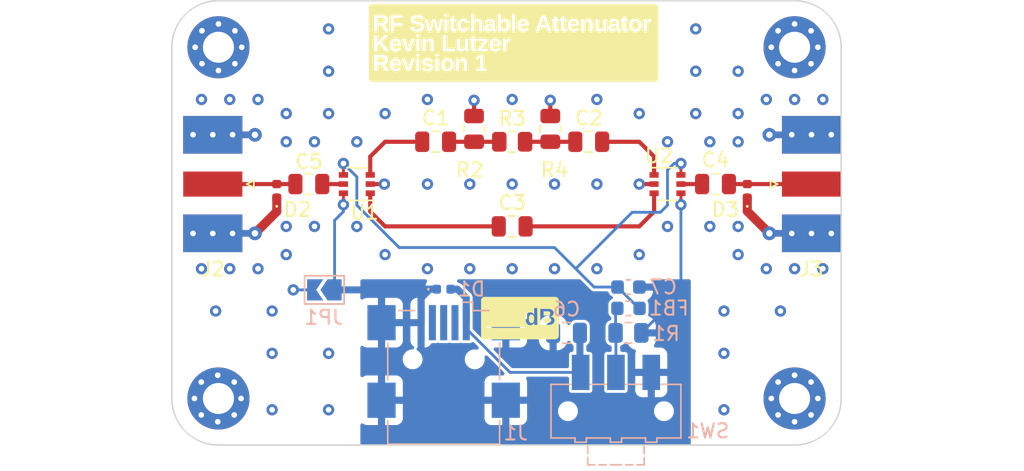
<source format=kicad_pcb>
(kicad_pcb (version 20211014) (generator pcbnew)
  (layers (0 "F.Cu" signal) (1 "In1.Cu" signal) (2 "In2.Cu" signal) (31 "B.Cu" signal) (34 "B.Paste" user) (35 "F.Paste" user) (36 "B.SilkS" user "B.Silkscreen") (37 "F.SilkS" user "F.Silkscreen") (38 "B.Mask" user) (39 "F.Mask" user) (44 "Edge.Cuts" user))
  (net 0 "")
  (net 1 "GND")
  (net 2 "+5V")
  (net 3 "/V_CTL")
  (net 4 "/IN")
  (net 5 "/OUT")
  (net 6 "/T_IN")
  (net 7 "/T_OUT")
  (net 11 "GNDA")
  (net 12 "Net-(C1-Pad2)")
  (net 13 "Net-(C2-Pad1)")
  (net 14 "/PASS_THRU_IN")
  (net 15 "/PASS_THRU_OUT")
  (net 16 "Net-(C4-Pad2)")
  (net 17 "Net-(C5-Pad2)")
  (net 18 "/V_SW")
  (footprint "Resistor_SMD:R_0805_2012Metric" (layer "F.Cu") (at 166.3 114.0875 -90)
    (fp_text reference "R2")
    (fp_text value "150R" hide)
  )
  (footprint "Package_TO_SOT_SMD:SOT-363_SC-70-6" (layer "F.Cu") (at 180 118)
    (fp_text reference "U2")
    (fp_text value "AS183-73LF" hide)
  )
  (footprint "MountingHole:MountingHole_2.2mm_M2_Pad_Via" (layer "F.Cu") (at 189 108.3)
    (fp_text reference "H4" hide)
    (fp_text value "MountingHole_Pad" hide)
  )
  (footprint "Connector_Coaxial:SMA_Molex_73251-2120_EdgeMount_Horizontal" (layer "F.Cu") (at 147.8 118 180)
    (fp_text reference "J2")
    (fp_text value "Conn_Coaxial" hide)
  )
  (footprint "Capacitor_SMD:C_0805_2012Metric" (layer "F.Cu") (at 154.6 118 180)
    (fp_text reference "C5")
    (fp_text value "0.33p" hide)
  )
  (footprint "MountingHole:MountingHole_2.2mm_M2_Pad_Via" (layer "F.Cu") (at 148.15 133.2)
    (fp_text reference "H1" hide)
    (fp_text value "MountingHole_Pad" hide)
  )
  (footprint "Capacitor_SMD:C_0805_2012Metric" (layer "F.Cu") (at 169 121)
    (fp_text reference "C3")
    (fp_text value "NC" hide)
  )
  (footprint "Connector_Coaxial:SMA_Molex_73251-2120_EdgeMount_Horizontal" (layer "F.Cu") (at 190.2 118)
    (fp_text reference "J3")
    (fp_text value "Conn_Coaxial" hide)
  )
  (footprint "Diode_SMD:D_0402_1005Metric" (layer "F.Cu") (at 185.65 118.485 90)
    (fp_text reference "D3")
    (fp_text value "ESD110B102ELE6327XTMA1" hide)
  )
  (footprint "Capacitor_SMD:C_0805_2012Metric" (layer "F.Cu") (at 163.58 115)
    (fp_text reference "C1")
    (fp_text value "NC" hide)
  )
  (footprint "Capacitor_SMD:C_0805_2012Metric" (layer "F.Cu") (at 174.42 115)
    (fp_text reference "C2")
    (fp_text value "NC" hide)
  )
  (footprint "Package_TO_SOT_SMD:SOT-363_SC-70-6" (layer "F.Cu") (at 158 118 180)
    (fp_text reference "U1")
    (fp_text value "AS183-73LF" hide)
  )
  (footprint "Capacitor_SMD:C_0805_2012Metric" (layer "F.Cu") (at 183.4 118)
    (fp_text reference "C4")
    (fp_text value "0.33p" hide)
  )
  (footprint "Resistor_SMD:R_0805_2012Metric" (layer "F.Cu") (at 169 115)
    (fp_text reference "R3")
    (fp_text value "37.4R" hide)
  )
  (footprint "MountingHole:MountingHole_2.2mm_M2_Pad_Via" (layer "F.Cu") (at 148.2 108.3)
    (fp_text reference "H2" hide)
    (fp_text value "MountingHole_Pad" hide)
  )
  (footprint "Resistor_SMD:R_0805_2012Metric" (layer "F.Cu") (at 171.7 114.0875 -90)
    (fp_text reference "R4")
    (fp_text value "150R" hide)
  )
  (footprint "Diode_SMD:D_0402_1005Metric" (layer "F.Cu") (at 152.33 118.485 90)
    (fp_text reference "D2")
    (fp_text value "ESD110B102ELE6327XTMA1" hide)
  )
  (footprint "MountingHole:MountingHole_2.2mm_M2_Pad_Via" (layer "F.Cu") (at 189 133.2)
    (fp_text reference "H3" hide)
    (fp_text value "MountingHole_Pad" hide)
  )
  (footprint "Button_Switch_SMD:SW_SPDT_CK-JS102011SAQN" (layer "B.Cu") (at 176.35 134.1 180)
    (fp_text reference "SW1")
    (fp_text value "SW_SPDT" hide)
  )
  (footprint "Inductor_SMD:L_0603_1608Metric" (layer "B.Cu") (at 177.2375 126.81)
    (fp_text reference "FB1")
    (fp_text value "FerriteBead_Small" hide)
  )
  (footprint "Diode_SMD:D_0402_1005Metric" (layer "B.Cu") (at 164.15 125.45)
    (fp_text reference "D1")
    (fp_text value "LXES15AAA1-100" hide)
  )
  (footprint "Jumper:SolderJumper-2_P1.3mm_Open_TrianglePad1.0x1.5mm" (layer "B.Cu") (at 155.7 125.5 180)
    (fp_text reference "JP1")
    (fp_text value "SolderJumper_2_Open" hide)
  )
  (footprint "Capacitor_SMD:C_0603_1608Metric" (layer "B.Cu") (at 177.2375 125.3)
    (fp_text reference "C7")
    (fp_text value "100nF" hide)
  )
  (footprint "Resistor_SMD:R_0805_2012Metric" (layer "B.Cu") (at 177.2375 128.55 180)
    (fp_text reference "R1")
    (fp_text value "37.4R" hide)
  )
  (footprint "Capacitor_SMD:C_0805_2012Metric" (layer "B.Cu") (at 172.85 128.55 180)
    (fp_text reference "C6")
    (fp_text value "0.1uF" hide)
  )
  (footprint "Connector_USB:USB_Mini-B_Wuerth_65100516121_Horizontal" (layer "B.Cu") (at 164.15 130.425 180)
    (fp_text reference "J1")
    (fp_text value "USB_B_Mini" hide)
  )
  (gr_poly locked (pts (xy 179.1391 105.25308) (xy 179.177199 105.26224) (xy 179.213498 105.27725) (xy 179.246899 105.29776) (xy 179.276799 105.32323) (xy 179.302199 105.35306) (xy 179.322699 105.38651) (xy 179.3378 105.42276) (xy 179.346898 105.46089) (xy 179.349999 105.5) (xy 179.349999 110.5) (xy 179.346898 110.53911) (xy 179.3378 110.57724) (xy 179.322699 110.61349) (xy 179.302199 110.64694) (xy 179.276799 110.67677) (xy 179.246899 110.70224) (xy 179.213498 110.72275) (xy 179.177199 110.73776) (xy 179.1391 110.74692) (xy 179.099999 110.75) (xy 159.100001 110.75) (xy 159.060901 110.74692) (xy 159.022801 110.73776) (xy 158.986501 110.72275) (xy 158.953101 110.70224) (xy 158.923201 110.67677) (xy 158.897801 110.64694) (xy 158.877301 110.61349) (xy 158.862201 110.57724) (xy 158.853101 110.53911) (xy 158.850001 110.5) (xy 158.850001 109.98161) (xy 159.211471 109.98161) (xy 159.451531 109.98161) (xy 159.451531 109.54625) (xy 159.733091 109.54625) (xy 159.999191 109.98161) (xy 160.269361 109.98161) (xy 159.983389 109.53729) (xy 160.340491 109.53729) (xy 160.343451 109.60944) (xy 160.352331 109.6756) (xy 160.367151 109.73575) (xy 160.387871 109.78992) (xy 160.414511 109.8381) (xy 160.447091 109.88029) (xy 160.485181 109.91623) (xy 160.528381 109.94562) (xy 160.576681 109.96849) (xy 160.630111 109.98482) (xy 160.688621 109.99461) (xy 160.752251 109.99788) (xy 160.84237 109.99124) (xy 160.921781 109.9713) (xy 160.99047 109.93808) (xy 161.04846 109.89156) (xy 161.095731 109.83174) (xy 161.132271 109.75864) (xy 160.916621 109.73993) (xy 160.903561 109.772) (xy 160.88552 109.79825) (xy 160.862511 109.81865) (xy 160.834541 109.83324) (xy 160.801581 109.84198) (xy 160.76365 109.84489) (xy 160.735471 109.84308) (xy 160.709531 109.83762) (xy 160.68583 109.82852) (xy 160.66438 109.81578) (xy 160.645151 109.79941) (xy 160.62815 109.7794) (xy 160.613611 109.75581) (xy 160.601711 109.72871) (xy 160.592461 109.69812) (xy 160.585841 109.66402) (xy 160.58187 109.62642) (xy 160.580561 109.58531) (xy 161.145301 109.58531) (xy 161.145301 109.57881) (xy 161.142511 109.50122) (xy 161.134181 109.43011) (xy 161.120281 109.36552) (xy 161.100811 109.30739) (xy 161.07578 109.25575) (xy 161.045211 109.2106) (xy 161.009361 109.17218) (xy 160.968531 109.14076) (xy 160.92274 109.1163) (xy 160.878653 109.10115) (xy 161.187101 109.10115) (xy 161.502021 109.98161) (xy 161.775451 109.98161) (xy 162.20214 109.98161) (xy 162.430811 109.98161) (xy 162.430811 109.7619) (xy 162.596581 109.7619) (xy 162.60896 109.80055) (xy 162.624921 109.83563) (xy 162.64448 109.86719) (xy 162.66764 109.89517) (xy 162.69439 109.91963) (xy 162.724741 109.94052) (xy 162.75924 109.95805) (xy 162.798471 109.9724) (xy 162.842431 109.98354) (xy 162.891111 109.99152) (xy 162.944511 109.99629) (xy 163.00263 109.99788) (xy 163.06198 109.99586) (xy 163.116881 109.98979) (xy 163.157684 109.98161) (xy 163.55953 109.98161) (xy 163.788201 109.98161) (xy 163.788201 109.54056) (xy 163.96047 109.54056) (xy 163.96372 109.6091) (xy 163.97349 109.67256) (xy 163.989771 109.73097) (xy 164.01255 109.78432) (xy 164.041851 109.8326) (xy 164.077661 109.87582) (xy 164.11918 109.91312) (xy 164.16563 109.94363) (xy 164.217001 109.96736) (xy 164.27332 109.98431) (xy 164.334561 109.99449) (xy 164.400721 109.99788) (xy 164.46816 109.99451) (xy 164.530561 109.98436) (xy 164.587871 109.96747) (xy 164.640131 109.94382) (xy 164.68733 109.91341) (xy 164.72946 109.87622) (xy 164.765761 109.83311) (xy 164.79547 109.78487) (xy 164.818571 109.73148) (xy 164.83508 109.67297) (xy 164.84496 109.60933) (xy 164.848281 109.54056) (xy 164.845121 109.46991) (xy 164.835661 109.40498) (xy 164.819891 109.34578) (xy 164.797811 109.2923) (xy 164.76943 109.24452) (xy 164.73475 109.20247) (xy 164.69407 109.16653) (xy 164.64773 109.13715) (xy 164.59571 109.11427) (xy 164.549316 109.10115) (xy 164.99944 109.10115) (xy 165.00024 109.11334) (xy 165.001021 109.12607) (xy 165.001781 109.1393) (xy 165.002511 109.15306) (xy 165.003901 109.18213) (xy 165.004531 109.19789) (xy 165.00504 109.21507) (xy 165.00544 109.23369) (xy 165.005721 109.25372) (xy 165.005881 109.27519) (xy 165.005941 109.29807) (xy 165.005941 109.98161) (xy 165.234611 109.98161) (xy 165.234611 109.50964) (xy 165.236031 109.47359) (xy 165.240271 109.43979) (xy 165.24734 109.40822) (xy 165.25723 109.37891) (xy 165.269941 109.35182) (xy 165.285471 109.32697) (xy 165.303321 109.30521) (xy 165.322951 109.2874) (xy 165.344371 109.27356) (xy 165.367561 109.26367) (xy 165.392561 109.25774) (xy 165.41934 109.25575) (xy 165.467321 109.26221) (xy 165.50659 109.28152) (xy 165.53713 109.31374) (xy 165.558941 109.35884) (xy 165.57203 109.41681) (xy 165.57639 109.48767) (xy 165.57639 109.98161) (xy 165.80424 109.98161) (xy 166.44097 109.98161) (xy 167.21647 109.98161) (xy 167.21647 109.81154) (xy 166.95364 109.81154) (xy 166.95364 108.835052) (xy 166.73718 108.835052) (xy 166.44991 109.02139) (xy 166.44991 109.20125) (xy 166.72495 109.02954) (xy 166.72495 109.81154) (xy 166.44097 109.81154) (xy 166.44097 109.98161) (xy 165.80424 109.98161) (xy 165.80424 109.42256) (xy 165.802151 109.36946) (xy 165.795921 109.32077) (xy 165.785521 109.27652) (xy 165.77096 109.23668) (xy 165.75224 109.20128) (xy 165.729361 109.17032) (xy 165.702601 109.14397) (xy 165.67224 109.12241) (xy 165.63824 109.10562) (xy 165.60063 109.09364) (xy 165.559401 109.08646) (xy 165.514541 109.08406) (xy 165.48301 109.08533) (xy 165.452971 109.08913) (xy 165.42442 109.09546) (xy 165.39736 109.10432) (xy 165.371791 109.11571) (xy 165.347711 109.12964) (xy 165.32505 109.14636) (xy 165.303691 109.16617) (xy 165.283641 109.18904) (xy 165.2649 109.21498) (xy 165.247481 109.24402) (xy 165.231351 109.27611) (xy 165.2281 109.27611) (xy 165.22799 109.26654) (xy 165.22766 109.25464) (xy 165.227091 109.2404) (xy 165.2263 109.22385) (xy 165.22527 109.20496) (xy 165.22404 109.18375) (xy 165.222731 109.1628) (xy 165.221511 109.14473) (xy 165.22038 109.12953) (xy 165.21932 109.1172) (xy 165.218381 109.10774) (xy 165.217521 109.10115) (xy 164.99944 109.10115) (xy 164.549316 109.10115) (xy 164.538001 109.09795) (xy 164.47463 109.08815) (xy 164.405591 109.08488) (xy 164.33795 109.08826) (xy 164.27549 109.09839) (xy 164.21823 109.1153) (xy 164.166181 109.13895) (xy 164.119321 109.16936) (xy 164.077661 109.20653) (xy 164.041851 109.2496) (xy 164.01255 109.29771) (xy 163.989771 109.35088) (xy 163.97349 109.40906) (xy 163.96372 109.47229) (xy 163.96047 109.54056) (xy 163.788201 109.54056) (xy 163.788201 109.10115) (xy 163.55953 109.10115) (xy 163.55953 109.98161) (xy 163.157684 109.98161) (xy 163.16731 109.97968) (xy 163.2133 109.96552) (xy 163.254831 109.94731) (xy 163.29191 109.92505) (xy 163.32386 109.89925) (xy 163.350021 109.87039) (xy 163.37034 109.83849) (xy 163.384871 109.80353) (xy 163.393581 109.76552) (xy 163.396481 109.72446) (xy 163.395681 109.7) (xy 163.393271 109.67705) (xy 163.38926 109.65561) (xy 163.38365 109.63568) (xy 163.376431 109.61726) (xy 163.367591 109.60037) (xy 163.357431 109.58472) (xy 163.346171 109.57004) (xy 163.333831 109.55632) (xy 163.32041 109.54359) (xy 163.305891 109.53181) (xy 163.29029 109.52103) (xy 163.27328 109.51096) (xy 163.254501 109.50136) (xy 163.233941 109.49225) (xy 163.21163 109.4836) (xy 163.187551 109.47543) (xy 163.16172 109.46773) (xy 163.13436 109.46031) (xy 163.105711 109.45296) (xy 163.075771 109.44566) (xy 163.044551 109.43843) (xy 163.012031 109.43127) (xy 162.978221 109.42419) (xy 162.954721 109.4191) (xy 162.933601 109.41357) (xy 162.91485 109.40761) (xy 162.898481 109.40123) (xy 162.884471 109.39442) (xy 162.872841 109.38718) (xy 162.86326 109.37929) (xy 162.855431 109.3705) (xy 162.849341 109.36084) (xy 162.845 109.3503) (xy 162.842391 109.33887) (xy 162.84152 109.32655) (xy 162.842651 109.31107) (xy 162.84603 109.29712) (xy 162.85168 109.28474) (xy 162.859581 109.27394) (xy 162.869761 109.26468) (xy 162.8822 109.25699) (xy 162.89689 109.25064) (xy 162.91384 109.24545) (xy 162.93305 109.24142) (xy 162.95452 109.23854) (xy 162.978271 109.23682) (xy 163.004271 109.23624) (xy 163.03068 109.23697) (xy 163.05462 109.23917) (xy 163.07607 109.24284) (xy 163.09503 109.24799) (xy 163.11151 109.25461) (xy 163.1255 109.26268) (xy 163.13746 109.27226) (xy 163.147841 109.28334) (xy 163.156641 109.29594) (xy 163.16384 109.31006) (xy 163.16947 109.32568) (xy 163.173531 109.34283) (xy 163.376141 109.32167) (xy 163.366281 109.28467) (xy 163.35241 109.2507) (xy 163.33454 109.21976) (xy 163.31266 109.19183) (xy 163.286801 109.16695) (xy 163.25692 109.1451) (xy 163.223351 109.12645) (xy 163.18635 109.11119) (xy 163.14594 109.09932) (xy 163.102141 109.09085) (xy 163.05491 109.08575) (xy 163.004271 109.08406) (xy 162.94711 109.08601) (xy 162.89445 109.09189) (xy 162.846291 109.10165) (xy 162.802641 109.11534) (xy 162.76347 109.13295) (xy 162.7288 109.15445) (xy 162.699091 109.17946) (xy 162.674781 109.20757) (xy 162.655861 109.23877) (xy 162.64236 109.27307) (xy 162.63426 109.31047) (xy 162.63156 109.35097) (xy 162.63255 109.37579) (xy 162.635491 109.39929) (xy 162.640411 109.42145) (xy 162.64729 109.44228) (xy 162.65614 109.46178) (xy 162.66696 109.47993) (xy 162.67965 109.49689) (xy 162.694131 109.51276) (xy 162.710401 109.52754) (xy 162.72843 109.54123) (xy 162.748271 109.55385) (xy 162.76989 109.56538) (xy 162.795911 109.57651) (xy 162.828941 109.58794) (xy 162.868971 109.59966) (xy 162.916011 109.61166) (xy 162.97006 109.62398) (xy 163.03111 109.63658) (xy 163.057951 109.64249) (xy 163.08206 109.64883) (xy 163.10343 109.65561) (xy 163.12208 109.66281) (xy 163.137981 109.67044) (xy 163.15115 109.6785) (xy 163.161971 109.68726) (xy 163.17082 109.69698) (xy 163.177701 109.70769) (xy 163.182611 109.71936) (xy 163.18556 109.73199) (xy 163.186551 109.74562) (xy 163.185331 109.76221) (xy 163.18167 109.77727) (xy 163.175561 109.79079) (xy 163.16702 109.80276) (xy 163.15603 109.81322) (xy 163.142601 109.82211) (xy 163.126501 109.82957) (xy 163.107521 109.83568) (xy 163.085641 109.84042) (xy 163.06086 109.84381) (xy 163.0332 109.84586) (xy 163.00263 109.84653) (xy 162.96964 109.84581) (xy 162.9401 109.84363) (xy 162.914041 109.84001) (xy 162.89141 109.83496) (xy 162.872261 109.82845) (xy 162.85656 109.82048) (xy 162.84327 109.81079) (xy 162.831381 109.79906) (xy 162.820861 109.78529) (xy 162.811721 109.7695) (xy 162.80395 109.75166) (xy 162.79757 109.7318) (xy 162.596581 109.7619) (xy 162.430811 109.7619) (xy 162.430811 109.10115) (xy 162.20214 109.10115) (xy 162.20214 109.98161) (xy 161.775451 109.98161) (xy 162.100121 109.10115) (xy 161.860881 109.10115) (xy 161.810691 109.25465) (xy 161.768121 109.38533) (xy 161.733121 109.49316) (xy 161.705731 109.57817) (xy 161.685921 109.64037) (xy 161.673721 109.67972) (xy 161.665781 109.70625) (xy 161.658791 109.72998) (xy 161.652761 109.75092) (xy 161.647681 109.76904) (xy 161.643531 109.78436) (xy 161.640361 109.79689) (xy 161.613691 109.70195) (xy 161.603131 109.66466) (xy 161.594431 109.63414) (xy 161.587581 109.6104) (xy 161.582571 109.59344) (xy 161.428781 109.10115) (xy 161.187101 109.10115) (xy 160.878653 109.10115) (xy 160.871961 109.09885) (xy 160.816221 109.08836) (xy 160.755501 109.08488) (xy 160.691831 109.08813) (xy 160.633171 109.0979) (xy 160.579541 109.11417) (xy 160.530911 109.13696) (xy 160.487311 109.16626) (xy 160.44872 109.20206) (xy 160.415661 109.24393) (xy 160.388591 109.29138) (xy 160.367551 109.34447) (xy 160.35252 109.40312) (xy 160.343501 109.46741) (xy 160.340491 109.53729) (xy 159.983389 109.53729) (xy 159.959311 109.49988) (xy 159.99677 109.48898) (xy 160.031551 109.47478) (xy 160.063671 109.45724) (xy 160.093121 109.4364) (xy 160.119911 109.41223) (xy 160.14402 109.38475) (xy 160.164911 109.35468) (xy 160.182021 109.32277) (xy 160.195311 109.28903) (xy 160.204801 109.25345) (xy 160.210491 109.21605) (xy 160.212401 109.17682) (xy 160.2093 109.1239) (xy 160.200011 109.07524) (xy 160.184521 109.03085) (xy 160.162841 108.990753) (xy 160.134971 108.95491) (xy 160.121534 108.942459) (xy 162.20214 108.942459) (xy 162.430811 108.942459) (xy 163.55953 108.942459) (xy 163.788201 108.942459) (xy 163.788201 108.774017) (xy 163.55953 108.774017) (xy 163.55953 108.942459) (xy 162.430811 108.942459) (xy 162.430811 108.774017) (xy 162.20214 108.774017) (xy 162.20214 108.942459) (xy 160.121534 108.942459) (xy 160.100901 108.92334) (xy 160.061141 108.896362) (xy 160.016181 108.874298) (xy 159.966031 108.857132) (xy 159.910671 108.844864) (xy 159.850111 108.837509) (xy 159.78436 108.835052) (xy 159.211471 108.835052) (xy 159.211471 109.98161) (xy 158.850001 109.98161) (xy 158.850001 108.581619) (xy 159.211471 108.581619) (xy 159.451531 108.581619) (xy 159.451531 108.163345) (xy 159.593121 108.055115) (xy 160.004891 108.581619) (xy 160.288061 108.581619) (xy 159.932276 108.137299) (xy 160.340491 108.137299) (xy 160.343451 108.209442) (xy 160.352331 108.275604) (xy 160.367151 108.335754) (xy 160.387871 108.389923) (xy 160.414511 108.43811) (xy 160.447091 108.480301) (xy 160.485181 108.516235) (xy 160.528381 108.545624) (xy 160.576681 108.568497) (xy 160.630111 108.584824) (xy 160.688621 108.59462) (xy 160.752251 108.597885) (xy 160.84237 108.591248) (xy 160.921781 108.571304) (xy 160.99047 108.538086) (xy 161.04846 108.491562) (xy 161.095731 108.431747) (xy 161.132271 108.358643) (xy 160.916621 108.339935) (xy 160.903561 108.372009) (xy 160.88552 108.398254) (xy 160.862511 108.418655) (xy 160.834541 108.433243) (xy 160.801581 108.441986) (xy 160.76365 108.444901) (xy 160.735471 108.443085) (xy 160.709531 108.437622) (xy 160.68583 108.428528) (xy 160.66438 108.415787) (xy 160.645151 108.399414) (xy 160.62815 108.37941) (xy 160.613611 108.35582) (xy 160.601711 108.32872) (xy 160.592461 108.298126) (xy 160.585841 108.264023) (xy 160.58187 108.226425) (xy 160.580561 108.185318) (xy 161.145301 108.185318) (xy 161.145301 108.178818) (xy 161.142511 108.101227) (xy 161.134181 108.030121) (xy 161.120281 107.96553) (xy 161.100811 107.907394) (xy 161.07578 107.855759) (xy 161.045211 107.810608) (xy 161.009361 107.772186) (xy 160.968531 107.740768) (xy 160.92274 107.716309) (xy 160.878664 107.701157) (xy 161.187101 107.701157) (xy 161.502021 108.581619) (xy 161.775451 108.581619) (xy 162.20214 108.581619) (xy 162.430811 108.581619) (xy 162.430811 107.701157) (xy 162.647841 107.701157) (xy 162.64865 107.713348) (xy 162.64942 107.726074) (xy 162.65017 107.739304) (xy 162.651621 107.767334) (xy 162.652311 107.782135) (xy 162.65293 107.797897) (xy 162.653441 107.815079) (xy 162.653831 107.833694) (xy 162.654121 107.853729) (xy 162.65429 107.875198) (xy 162.65435 107.898071) (xy 162.65435 108.581619) (xy 162.883021 108.581619) (xy 162.883021 108.10965) (xy 162.884421 108.073593) (xy 162.888671 108.039795) (xy 162.895731 108.008224) (xy 162.905621 107.978912) (xy 162.91833 107.951828) (xy 162.93388 107.926971) (xy 162.95172 107.905212) (xy 162.97135 107.887405) (xy 162.99276 107.873566) (xy 163.01597 107.863678) (xy 163.04096 107.857742) (xy 163.067731 107.855759) (xy 163.11572 107.862213) (xy 163.15499 107.881531) (xy 163.18553 107.913742) (xy 163.20735 107.958847) (xy 163.22042 108.016815) (xy 163.224791 108.087677) (xy 163.224791 108.581619) (xy 163.452631 108.581619) (xy 164.095861 108.581619) (xy 164.951121 108.581619) (xy 164.951121 108.396088) (xy 164.33593 108.396088) (xy 164.33593 108.260193) (xy 165.08195 108.260193) (xy 165.084021 108.313293) (xy 165.090261 108.361954) (xy 165.10066 108.406158) (xy 165.115211 108.445908) (xy 165.133941 108.481201) (xy 165.15681 108.512039) (xy 165.183571 108.538269) (xy 165.21395 108.559738) (xy 165.247951 108.576431) (xy 165.285561 108.588348) (xy 165.32679 108.595505) (xy 165.37164 108.597885) (xy 165.40318 108.596619) (xy 165.433251 108.592819) (xy 165.461861 108.586502) (xy 165.48899 108.577637) (xy 165.514671 108.566254) (xy 165.53887 108.552322) (xy 165.56164 108.535614) (xy 165.583031 108.515884) (xy 165.60305 108.493118) (xy 165.62168 108.467331) (xy 165.63894 108.438507) (xy 165.654821 108.406662) (xy 165.65888 108.406662) (xy 165.659161 108.427567) (xy 165.65998 108.451782) (xy 165.66133 108.479294) (xy 165.663231 108.510101) (xy 165.665671 108.544205) (xy 165.66866 108.581619) (xy 165.886741 108.581619) (xy 165.884761 108.552643) (xy 165.88313 108.522125) (xy 165.881861 108.490067) (xy 165.880961 108.456482) (xy 165.88041 108.421356) (xy 165.880231 108.384689) (xy 165.880231 107.855759) (xy 165.99314 107.855759) (xy 166.104641 107.855759) (xy 166.104641 108.374924) (xy 166.10615 108.410522) (xy 166.1107 108.442963) (xy 166.11826 108.472275) (xy 166.12887 108.498444) (xy 166.1425 108.521469) (xy 166.15916 108.541351) (xy 166.17861 108.558121) (xy 166.20066 108.571854) (xy 166.22527 108.582535) (xy 166.25247 108.590164) (xy 166.28224 108.594742) (xy 166.314581 108.596268) (xy 166.35 108.595505) (xy 166.3841 108.593201) (xy 166.41691 108.589355) (xy 166.448391 108.583969) (xy 166.458651 108.581619) (xy 166.58154 108.581619) (xy 167.28787 108.581619) (xy 167.28787 108.414795) (xy 166.83624 108.414795) (xy 167.043954 108.137299) (xy 167.39372 108.137299) (xy 167.39668 108.209442) (xy 167.40556 108.275604) (xy 167.42037 108.335754) (xy 167.44109 108.389923) (xy 167.46774 108.43811) (xy 167.500311 108.480301) (xy 167.5384 108.516235) (xy 167.5816 108.545624) (xy 167.62991 108.568497) (xy 167.68333 108.584824) (xy 167.74185 108.59462) (xy 167.80547 108.597885) (xy 167.89559 108.591248) (xy 167.975 108.571304) (xy 168.0437 108.538086) (xy 168.101679 108.491562) (xy 168.14895 108.431747) (xy 168.185495 108.358643) (xy 167.96984 108.339935) (xy 167.95678 108.372009) (xy 167.93875 108.398254) (xy 167.91573 108.418655) (xy 167.88777 108.433243) (xy 167.85481 108.441986) (xy 167.81687 108.444901) (xy 167.78869 108.443085) (xy 167.76275 108.437622) (xy 167.73905 108.428528) (xy 167.7176 108.415787) (xy 167.69837 108.399414) (xy 167.68138 108.37941) (xy 167.66683 108.35582) (xy 167.65493 108.32872) (xy 167.64568 108.298126) (xy 167.63906 108.264023) (xy 167.6351 108.226425) (xy 167.63378 108.185318) (xy 168.198526 108.185318) (xy 168.198526 108.178818) (xy 168.195734 108.101227) (xy 168.187402 108.030121) (xy 168.173502 107.96553) (xy 168.154031 107.907394) (xy 168.129007 107.855759) (xy 168.09843 107.810608) (xy 168.06259 107.772186) (xy 168.02175 107.740768) (xy 167.97596 107.716309) (xy 167.931883 107.701157) (xy 168.343668 107.701157) (xy 168.344476 107.713943) (xy 168.345255 107.727325) (xy 168.346002 107.741333) (xy 168.346735 107.755951) (xy 168.347452 107.771164) (xy 168.348138 107.787003) (xy 168.348749 107.803818) (xy 168.349268 107.821945) (xy 168.349664 107.841431) (xy 168.349939 107.862228) (xy 168.350122 107.884369) (xy 168.350168 107.907852) (xy 168.350168 108.581619) (xy 168.578851 108.581619) (xy 168.578851 108.149521) (xy 168.580164 108.106079) (xy 168.584131 108.06633) (xy 168.590753 108.030304) (xy 168.6 107.998001) (xy 168.611902 107.969376) (xy 168.626444 107.944473) (xy 168.643366 107.92334) (xy 168.662393 107.906036) (xy 168.683511 107.892593) (xy 168.706735 107.88298) (xy 168.732065 107.877228) (xy 168.7595 107.875305) (xy 168.773966 107.875641) (xy 168.789148 107.876663) (xy 168.805063 107.878357) (xy 168.821695 107.880722) (xy 168.839059 107.883774) (xy 168.857141 107.887512) (xy 168.857141 107.696274) (xy 168.847711 107.692551) (xy 168.837335 107.689499) (xy 168.826013 107.687119) (xy 168.813745 107.685425) (xy 168.800516 107.684402) (xy 168.786356 107.684067) (xy 168.768945 107.68457) (xy 168.752527 107.686096) (xy 168.737116 107.688644) (xy 168.722696 107.6922) (xy 168.709268 107.696793) (xy 168.696832 107.702377) (xy 168.685175 107.70903) (xy 168.674051 107.716751) (xy 168.663477 107.725571) (xy 168.653436 107.735474) (xy 168.643945 107.74646) (xy 168.634988 107.75853) (xy 168.626108 107.772659) (xy 168.616815 107.789856) (xy 168.607126 107.810104) (xy 168.597009 107.833389) (xy 168.586496 107.859741) (xy 168.575586 107.88913) (xy 168.572336 107.88913) (xy 168.572214 107.879608) (xy 168.571878 107.867294) (xy 168.571314 107.852203) (xy 168.57052 107.834335) (xy 168.569498 107.81369) (xy 168.568262 107.790253) (xy 168.56695 107.767105) (xy 168.565729 107.747269) (xy 168.5646 107.730759) (xy 168.563562 107.71756) (xy 168.562601 107.707703) (xy 168.561746 107.701157) (xy 168.343668 107.701157) (xy 167.931883 107.701157) (xy 167.92518 107.698853) (xy 167.86944 107.68837) (xy 167.80872 107.684891) (xy 167.74505 107.688141) (xy 167.6864 107.697906) (xy 167.63276 107.714172) (xy 167.58413 107.736969) (xy 167.54054 107.766266) (xy 167.50195 107.802063) (xy 167.46888 107.843933) (xy 167.44181 107.891388) (xy 167.42077 107.944473) (xy 167.40574 108.003128) (xy 167.396721 108.067413) (xy 167.39372 108.137299) (xy 167.043954 108.137299) (xy 167.24799 107.864716) (xy 167.24799 107.701157) (xy 166.61491 107.701157) (xy 166.61491 107.866348) (xy 166.995741 107.866348) (xy 166.58154 108.419678) (xy 166.58154 108.581619) (xy 166.458651 108.581619) (xy 166.478571 108.577057) (xy 166.50744 108.568604) (xy 166.50744 108.427002) (xy 166.49153 108.430496) (xy 166.47688 108.433334) (xy 166.46349 108.435547) (xy 166.45138 108.437134) (xy 166.44053 108.43808) (xy 166.43095 108.4384) (xy 166.41461 108.437546) (xy 166.39974 108.435013) (xy 166.38639 108.430771) (xy 166.37452 108.424835) (xy 166.36414 108.417206) (xy 166.355261 108.407883) (xy 166.34782 108.396774) (xy 166.34171 108.383789) (xy 166.33697 108.368927) (xy 166.33357 108.352188) (xy 166.33154 108.333572) (xy 166.33087 108.31308) (xy 166.33087 107.855759) (xy 166.49767 107.855759) (xy 166.49767 107.701157) (xy 166.33087 107.701157) (xy 166.33087 107.494461) (xy 166.18765 107.494461) (xy 166.11602 107.701157) (xy 165.99314 107.701157) (xy 165.99314 107.855759) (xy 165.880231 107.855759) (xy 165.880231 107.701157) (xy 165.65157 107.701157) (xy 165.65157 108.173111) (xy 165.65016 108.209152) (xy 165.64591 108.242966) (xy 165.63885 108.274521) (xy 165.628961 108.303848) (xy 165.61625 108.330948) (xy 165.600701 108.355804) (xy 165.582861 108.377563) (xy 165.563231 108.395355) (xy 165.541821 108.40921) (xy 165.518611 108.419098) (xy 165.493631 108.425034) (xy 165.46685 108.427002) (xy 165.41911 108.420563) (xy 165.38006 108.401245) (xy 165.349681 108.369034) (xy 165.327971 108.323929) (xy 165.314951 108.265945) (xy 165.31062 108.195084) (xy 165.31062 107.701157) (xy 165.08195 107.701157) (xy 165.08195 108.260193) (xy 164.33593 108.260193) (xy 164.33593 107.435059) (xy 164.095861 107.435059) (xy 164.095861 108.581619) (xy 163.452631 108.581619) (xy 163.452631 108.022568) (xy 163.450561 107.969467) (xy 163.44431 107.920776) (xy 163.433911 107.876526) (xy 163.41935 107.836685) (xy 163.400641 107.801285) (xy 163.377771 107.770325) (xy 163.35101 107.743973) (xy 163.320631 107.722412) (xy 163.28663 107.705627) (xy 163.249021 107.693649) (xy 163.207791 107.686462) (xy 163.162941 107.684067) (xy 163.131401 107.685333) (xy 163.10136 107.689133) (xy 163.07281 107.695465) (xy 163.04576 107.70433) (xy 163.0202 107.715714) (xy 162.996121 107.729645) (xy 162.97344 107.746368) (xy 162.95208 107.766174) (xy 162.93205 107.789047) (xy 162.913291 107.814987) (xy 162.89587 107.844025) (xy 162.87975 107.876114) (xy 162.876501 107.876114) (xy 162.876381 107.866547) (xy 162.876051 107.854645) (xy 162.87548 107.840408) (xy 162.874691 107.823853) (xy 162.873681 107.804962) (xy 162.87243 107.783752) (xy 162.871121 107.762802) (xy 162.8699 107.744736) (xy 162.868771 107.729538) (xy 162.867731 107.717209) (xy 162.86678 107.707748) (xy 162.865911 107.701157) (xy 162.647841 107.701157) (xy 162.430811 107.701157) (xy 162.20214 107.701157) (xy 162.20214 108.581619) (xy 161.775451 108.581619) (xy 162.100121 107.701157) (xy 161.860881 107.701157) (xy 161.810691 107.85466) (xy 161.768121 107.985336) (xy 161.733121 108.09317) (xy 161.705731 108.178177) (xy 161.685921 108.240372) (xy 161.673721 108.279724) (xy 161.665781 108.306259) (xy 161.658791 108.329987) (xy 161.652761 108.350922) (xy 161.647681 108.369049) (xy 161.643531 108.384369) (xy 161.640361 108.396896) (xy 161.613691 108.301956) (xy 161.603131 108.264664) (xy 161.594431 108.234146) (xy 161.587581 108.210403) (xy 161.582571 108.193451) (xy 161.428781 107.701157) (xy 161.187101 107.701157) (xy 160.878664 107.701157) (xy 160.871961 107.698853) (xy 160.816221 107.68837) (xy 160.755501 107.684891) (xy 160.691831 107.688141) (xy 160.633171 107.697906) (xy 160.579541 107.714172) (xy 160.530911 107.736969) (xy 160.487311 107.766266) (xy 160.44872 107.802063) (xy 160.415661 107.843933) (xy 160.388591 107.891388) (xy 160.367551 107.944473) (xy 160.35252 108.003128) (xy 160.343501 108.067413) (xy 160.340491 108.137299) (xy 159.932276 108.137299) (xy 159.758311 107.920044) (xy 160.1397 107.542465) (xy 162.20214 107.542465) (xy 162.430811 107.542465) (xy 162.430811 107.374023) (xy 162.20214 107.374023) (xy 162.20214 107.542465) (xy 160.1397 107.542465) (xy 160.24819 107.435059) (xy 159.968271 107.435059) (xy 159.451531 107.955048) (xy 159.451531 107.435059) (xy 159.211471 107.435059) (xy 159.211471 108.581619) (xy 158.850001 108.581619) (xy 158.850001 107.181625) (xy 159.211471 107.181625) (xy 159.451531 107.181625) (xy 159.451531 106.74626) (xy 159.733091 106.74626) (xy 159.999191 107.181625) (xy 160.269361 107.181625) (xy 160.38688 107.181625) (xy 160.626931 107.181625) (xy 160.626931 106.88298) (xy 161.769821 106.88298) (xy 161.784231 106.93364) (xy 161.803631 106.97981) (xy 161.828001 107.021515) (xy 161.857341 107.058746) (xy 161.891661 107.091492) (xy 161.930951 107.119781) (xy 161.975351 107.143646) (xy 162.025061 107.163177) (xy 162.080061 107.17836) (xy 162.14034 107.189209) (xy 162.20591 107.195724) (xy 162.276791 107.197891) (xy 162.3541 107.195419) (xy 162.424921 107.187988) (xy 162.48927 107.175613) (xy 162.547131 107.158295) (xy 162.59849 107.136017) (xy 162.64337 107.108795) (xy 162.681541 107.076889) (xy 162.712761 107.040573) (xy 162.737051 106.99985) (xy 162.7544 106.95473) (xy 162.764831 106.90518) (xy 162.768291 106.85124) (xy 162.76768 106.82784) (xy 162.765851 106.80536) (xy 162.7628 106.7838) (xy 162.758521 106.76318) (xy 162.75303 106.74348) (xy 162.74632 106.72472) (xy 162.738441 106.70683) (xy 162.7295 106.6898) (xy 162.719461 106.67365) (xy 162.70834 106.65834) (xy 162.69613 106.64389) (xy 162.68284 106.63031) (xy 162.668181 106.61742) (xy 162.65186 106.60509) (xy 162.63392 106.59329) (xy 162.6143 106.58205) (xy 162.593041 106.57132) (xy 162.570141 106.56116) (xy 162.54379 106.5511) (xy 162.512231 106.54077) (xy 162.475441 106.53014) (xy 162.43344 106.5192) (xy 162.386191 106.50798) (xy 162.33375 106.49646) (xy 162.289961 106.48671) (xy 162.251371 106.47752) (xy 162.217981 106.4689) (xy 162.1898 106.46085) (xy 162.166801 106.45335) (xy 162.14901 106.44643) (xy 162.134451 106.43954) (xy 162.121131 106.43217) (xy 162.10905 106.42435) (xy 162.098201 106.41605) (xy 162.088621 106.40726) (xy 162.080261 106.39801) (xy 162.073181 106.38806) (xy 162.067381 106.3772) (xy 162.062881 106.36545) (xy 162.059661 106.35278) (xy 162.057721 106.33922) (xy 162.057081 106.32475) (xy 162.063131 106.28299) (xy 162.081311 106.24881) (xy 162.111601 106.22223) (xy 162.154 106.20325) (xy 162.208521 106.19185) (xy 162.27516 106.18805) (xy 162.308011 106.18909) (xy 162.338221 106.19221) (xy 162.365791 106.19742) (xy 162.39071 106.2047) (xy 162.412991 106.21405) (xy 162.432611 106.22549) (xy 162.4499 106.23898) (xy 162.46513 106.25452) (xy 162.478281 106.27208) (xy 162.489401 106.29167) (xy 162.49845 106.31331) (xy 162.50544 106.33698) (xy 162.73818 106.30524) (xy 162.737143 106.30116) (xy 162.80253 106.30116) (xy 163.03037 107.181625) (xy 163.272061 107.181625) (xy 163.413641 106.64616) (xy 163.45597 106.46391) (xy 163.464941 106.50894) (xy 163.472881 106.54799) (xy 163.47978 106.58109) (xy 163.485621 106.6082) (xy 163.490441 106.62936) (xy 163.49421 106.64455) (xy 163.634181 107.181625) (xy 163.87586 107.181625) (xy 164.18977 107.181625) (xy 164.41844 107.181625) (xy 164.41844 106.45576) (xy 164.545951 106.45576) (xy 164.65743 106.45576) (xy 164.65743 106.97493) (xy 164.65896 107.010529) (xy 164.66349 107.042969) (xy 164.671081 107.072281) (xy 164.68167 107.09845) (xy 164.695311 107.121475) (xy 164.71195 107.141357) (xy 164.731421 107.158127) (xy 164.753461 107.17186) (xy 164.778071 107.182541) (xy 164.80528 107.19017) (xy 164.835031 107.194748) (xy 164.867381 107.196274) (xy 164.902801 107.195511) (xy 164.93691 107.193207) (xy 164.96971 107.189362) (xy 165.0012 107.183975) (xy 165.03138 107.177063) (xy 165.06025 107.16861) (xy 165.06025 107.027008) (xy 165.044341 107.030502) (xy 165.02969 107.03334) (xy 165.01631 107.035553) (xy 165.004171 107.03714) (xy 164.993331 107.038086) (xy 164.98374 107.038406) (xy 164.967401 107.037552) (xy 164.952551 107.035019) (xy 164.939201 107.030777) (xy 164.927331 107.024841) (xy 164.91696 107.017212) (xy 164.908071 107.007889) (xy 164.900611 106.99678) (xy 164.89451 106.9838) (xy 164.889761 106.96893) (xy 164.88638 106.95219) (xy 164.88435 106.93358) (xy 164.88366 106.91309) (xy 164.88366 106.74626) (xy 165.132711 106.74626) (xy 165.13574 106.81473) (xy 165.144831 106.87796) (xy 165.15997 106.93597) (xy 165.181181 106.98877) (xy 165.20844 107.036331) (xy 165.241751 107.07869) (xy 165.28063 107.115112) (xy 165.32458 107.144913) (xy 165.373591 107.168091) (xy 165.427651 107.184647) (xy 165.4868 107.19458) (xy 165.55099 107.197891) (xy 165.58593 107.196823) (xy 165.619701 107.193604) (xy 165.65229 107.188232) (xy 165.679889 107.181625) (xy 166.089171 107.181625) (xy 166.31783 107.181625) (xy 166.31783 106.71046) (xy 166.31925 106.67442) (xy 166.3235 106.64061) (xy 166.33056 106.60905) (xy 166.34045 106.57974) (xy 166.353161 106.55264) (xy 166.36869 106.5278) (xy 166.38654 106.50604) (xy 166.40617 106.48824) (xy 166.42759 106.4744) (xy 166.4508 106.46449) (xy 166.47578 106.45856) (xy 166.50256 106.45659) (xy 166.55055 106.46303) (xy 166.58981 106.48236) (xy 166.62036 106.51457) (xy 166.64216 106.55966) (xy 166.65525 106.61763) (xy 166.65962 106.68849) (xy 166.65962 107.181625) (xy 166.88746 107.181625) (xy 166.88746 106.93262) (xy 167.01583 106.93262) (xy 167.01783 106.97308) (xy 167.0238 107.010422) (xy 167.03375 107.044601) (xy 167.04766 107.075653) (xy 167.06556 107.103561) (xy 167.08744 107.128326) (xy 167.11288 107.149582) (xy 167.14143 107.166977) (xy 167.17309 107.180496) (xy 167.20788 107.19017) (xy 167.24578 107.195969) (xy 167.28681 107.197891) (xy 167.34866 107.193085) (xy 167.40508 107.178635) (xy 167.45608 107.154556) (xy 167.50164 107.120865) (xy 167.54179 107.07753) (xy 167.57652 107.024567) (xy 167.581381 107.024567) (xy 167.58502 107.050858) (xy 167.59048 107.074936) (xy 167.59777 107.096786) (xy 167.6069 107.11644) (xy 167.61784 107.133865) (xy 167.63062 107.149078) (xy 167.64558 107.162003) (xy 167.66303 107.172592) (xy 167.68301 107.180817) (xy 167.7055 107.186691) (xy 167.73048 107.190216) (xy 167.75797 107.191391) (xy 167.76594 107.191345) (xy 167.77357 107.191208) (xy 167.780861 107.190979) (xy 167.78782 107.190659) (xy 167.79443 107.190262) (xy 167.8007 107.189758) (xy 167.80674 107.189194) (xy 167.81268 107.188583) (xy 167.81851 107.187927) (xy 167.82421 107.187225) (xy 167.8298 107.186478) (xy 167.835291 107.185684) (xy 167.84071 107.18483) (xy 167.84614 107.183884) (xy 167.85156 107.182846) (xy 167.85697 107.181717) (xy 167.85738 107.181625) (xy 167.98206 107.181625) (xy 168.204218 107.181625) (xy 168.20556 107.17601) (xy 168.206888 107.168427) (xy 168.208185 107.158844) (xy 168.209467 107.147263) (xy 168.210718 107.133713) (xy 168.211954 107.118149) (xy 168.213068 107.102188) (xy 168.213983 107.087418) (xy 168.214685 107.073807) (xy 168.215204 107.061371) (xy 168.215509 107.05011) (xy 168.215601 107.040039) (xy 168.217233 107.040039) (xy 168.230325 107.064545) (xy 168.245172 107.087051) (xy 168.261789 107.107574) (xy 168.280161 107.126114) (xy 168.300302 107.142654) (xy 168.322199 107.157211) (xy 168.345697 107.169647) (xy 168.370584 107.17981) (xy 168.396875 107.187729) (xy 168.424554 107.193375) (xy 168.453653 107.196762) (xy 168.48414 107.197891) (xy 168.53631 107.194534) (xy 168.584283 107.184464) (xy 168.591691 107.181625) (xy 168.982767 107.181625) (xy 169.21145 107.181625) (xy 169.21145 106.7373) (xy 169.383707 106.7373) (xy 169.386667 106.80945) (xy 169.395563 106.87561) (xy 169.410364 106.93576) (xy 169.431085 106.98993) (xy 169.457742 107.038116) (xy 169.490305 107.080307) (xy 169.528406 107.116241) (xy 169.571603 107.14563) (xy 169.619897 107.168503) (xy 169.673319 107.18483) (xy 169.731836 107.194626) (xy 169.795465 107.197891) (xy 169.885599 107.191254) (xy 169.923937 107.181625) (xy 170.6571 107.181625) (xy 170.89716 107.181625) (xy 170.9989 106.88867) (xy 171.43588 106.88867) (xy 171.53759 107.181625) (xy 171.7752 107.181625) (xy 171.511434 106.45576) (xy 171.81135 106.45576) (xy 171.92285 106.45576) (xy 171.92285 106.97493) (xy 171.92436 107.010529) (xy 171.9289 107.042969) (xy 171.93647 107.072281) (xy 171.94708 107.09845) (xy 171.9607 107.121475) (xy 171.97737 107.141357) (xy 171.99682 107.158127) (xy 172.01887 107.17186) (xy 172.04348 107.182541) (xy 172.07067 107.19017) (xy 172.10044 107.194748) (xy 172.13279 107.196274) (xy 172.16821 107.195511) (xy 172.20231 107.193207) (xy 172.23512 107.189362) (xy 172.2666 107.183975) (xy 172.29678 107.177063) (xy 172.32565 107.16861) (xy 172.32565 107.027008) (xy 172.30973 107.030502) (xy 172.29508 107.03334) (xy 172.2817 107.035553) (xy 172.26959 107.03714) (xy 172.25874 107.038086) (xy 172.24915 107.038406) (xy 172.232811 107.037552) (xy 172.21795 107.035019) (xy 172.2046 107.030777) (xy 172.19273 107.024841) (xy 172.18235 107.017212) (xy 172.17347 107.007889) (xy 172.16602 106.99678) (xy 172.15992 106.9838) (xy 172.15518 106.96893) (xy 172.15177 106.95219) (xy 172.14974 106.93358) (xy 172.14907 106.91309) (xy 172.14907 106.45576) (xy 172.315879 106.45576) (xy 172.35336 106.45576) (xy 172.46485 106.45576) (xy 172.46485 106.97493) (xy 172.46636 107.010529) (xy 172.47091 107.042969) (xy 172.47848 107.072281) (xy 172.48908 107.09845) (xy 172.50271 107.121475) (xy 172.51936 107.141357) (xy 172.538829 107.158127) (xy 172.56086 107.17186) (xy 172.58549 107.182541) (xy 172.61268 107.19017) (xy 172.64245 107.194748) (xy 172.67478 107.196274) (xy 172.71021 107.195511) (xy 172.74432 107.193207) (xy 172.77712 107.189362) (xy 172.8086 107.183975) (xy 172.83878 107.177063) (xy 172.86765 107.16861) (xy 172.86765 107.027008) (xy 172.85174 107.030502) (xy 172.83709 107.03334) (xy 172.82371 107.035553) (xy 172.81159 107.03714) (xy 172.80073 107.038086) (xy 172.79115 107.038406) (xy 172.7748 107.037552) (xy 172.75996 107.035019) (xy 172.74661 107.030777) (xy 172.73474 107.024841) (xy 172.72436 107.017212) (xy 172.71548 107.007889) (xy 172.70802 106.99678) (xy 172.70191 106.9838) (xy 172.69717 106.96893) (xy 172.693781 106.95219) (xy 172.69175 106.93358) (xy 172.69106 106.91309) (xy 172.69106 106.7373) (xy 172.94012 106.7373) (xy 172.943081 106.80945) (xy 172.95196 106.87561) (xy 172.96678 106.93576) (xy 172.9875 106.98993) (xy 173.01414 107.038116) (xy 173.04672 107.080307) (xy 173.0848 107.116241) (xy 173.128 107.14563) (xy 173.17631 107.168503) (xy 173.22973 107.18483) (xy 173.28825 107.194626) (xy 173.351881 107.197891) (xy 173.442 107.191254) (xy 173.5214 107.17131) (xy 173.5901 107.138092) (xy 173.64808 107.091568) (xy 173.69535 107.031754) (xy 173.7319 106.95865) (xy 173.516241 106.93994) (xy 173.50318 106.97202) (xy 173.48515 106.99826) (xy 173.462141 107.018661) (xy 173.434169 107.033249) (xy 173.40121 107.041992) (xy 173.36328 107.044907) (xy 173.33509 107.043091) (xy 173.30915 107.037628) (xy 173.28546 107.028534) (xy 173.264 107.015793) (xy 173.24478 106.99942) (xy 173.22778 106.97942) (xy 173.213239 106.95583) (xy 173.20133 106.92873) (xy 173.192091 106.89813) (xy 173.185461 106.86403) (xy 173.1815 106.82643) (xy 173.18018 106.78532) (xy 173.74493 106.78532) (xy 173.74493 106.77882) (xy 173.74215 106.70123) (xy 173.733801 106.63013) (xy 173.7199 106.56554) (xy 173.70043 106.5074) (xy 173.67541 106.45576) (xy 173.64483 106.41061) (xy 173.608989 106.37219) (xy 173.56815 106.34077) (xy 173.52236 106.31631) (xy 173.478273 106.30116) (xy 173.89007 106.30116) (xy 173.89088 106.31335) (xy 173.89166 106.32608) (xy 173.8924 106.33931) (xy 173.89385 106.36734) (xy 173.89454 106.38214) (xy 173.89517 106.3979) (xy 173.89567 106.41508) (xy 173.89607 106.4337) (xy 173.89634 106.45374) (xy 173.89652 106.4752) (xy 173.89657 106.49808) (xy 173.89657 107.181625) (xy 174.125249 107.181625) (xy 174.125249 106.70966) (xy 174.12666 106.6736) (xy 174.130898 106.6398) (xy 174.137959 106.60823) (xy 174.147849 106.57892) (xy 174.160559 106.55183) (xy 174.176098 106.52698) (xy 174.193949 106.50522) (xy 174.213589 106.48741) (xy 174.23499 106.47357) (xy 174.258198 106.46368) (xy 174.283179 106.45775) (xy 174.30996 106.45576) (xy 174.357949 106.46222) (xy 174.39721 106.48154) (xy 174.42776 106.51375) (xy 174.449559 106.55885) (xy 174.462659 106.61682) (xy 174.467019 106.68768) (xy 174.467019 107.181625) (xy 174.694859 107.181625) (xy 174.694859 106.8602) (xy 174.877759 106.8602) (xy 174.879849 106.9133) (xy 174.88609 106.96196) (xy 174.896479 107.006165) (xy 174.911038 107.045914) (xy 174.929759 107.081207) (xy 174.95263 107.112045) (xy 174.97939 107.138275) (xy 175.00977 107.159744) (xy 175.043769 107.176437) (xy 175.08138 107.188354) (xy 175.122609 107.195511) (xy 175.167458 107.197891) (xy 175.198998 107.196625) (xy 175.229069 107.192825) (xy 175.25768 107.186508) (xy 175.28481 107.177643) (xy 175.31049 107.16626) (xy 175.334679 107.152328) (xy 175.357459 107.13562) (xy 175.37885 107.115891) (xy 175.398869 107.093124) (xy 175.4175 107.067337) (xy 175.43476 107.038513) (xy 175.45065 107.006668) (xy 175.454709 107.006668) (xy 175.45498 107.027573) (xy 175.455788 107.051788) (xy 175.45715 107.0793) (xy 175.45905 107.110107) (xy 175.461499 107.144211) (xy 175.464469 107.181625) (xy 175.682568 107.181625) (xy 175.680579 107.152649) (xy 175.678948 107.122131) (xy 175.67768 107.090073) (xy 175.67677 107.056488) (xy 175.676228 107.021362) (xy 175.676049 106.9847) (xy 175.676049 106.93262) (xy 175.817448 106.93262) (xy 175.81944 106.97308) (xy 175.825398 107.010422) (xy 175.835349 107.044601) (xy 175.849278 107.075653) (xy 175.867179 107.103561) (xy 175.88906 107.128326) (xy 175.914479 107.149582) (xy 175.943028 107.166977) (xy 175.974709 107.180496) (xy 176.009499 107.19017) (xy 176.047398 107.195969) (xy 176.08842 107.197891) (xy 176.150279 107.193085) (xy 176.206689 107.178635) (xy 176.25768 107.154556) (xy 176.30326 107.120865) (xy 176.343409 107.07753) (xy 176.378119 107.024567) (xy 176.383 107.024567) (xy 176.386639 107.050858) (xy 176.392098 107.074936) (xy 176.399378 107.096786) (xy 176.408499 107.11644) (xy 176.419459 107.133865) (xy 176.432229 107.149078) (xy 176.447199 107.162003) (xy 176.46465 107.172592) (xy 176.484629 107.180817) (xy 176.5071 107.186691) (xy 176.532099 107.190216) (xy 176.55959 107.191391) (xy 176.567559 107.191345) (xy 176.575188 107.191208) (xy 176.582478 107.190979) (xy 176.589429 107.190659) (xy 176.596028 107.190262) (xy 176.602318 107.189758) (xy 176.608359 107.189194) (xy 176.614298 107.188583) (xy 176.62011 107.187927) (xy 176.625819 107.187225) (xy 176.631419 107.186478) (xy 176.636899 107.185684) (xy 176.642329 107.18483) (xy 176.64774 107.183884) (xy 176.653159 107.182846) (xy 176.658589 107.181717) (xy 176.66401 107.180496) (xy 176.699399 107.171844) (xy 176.706059 107.170242) (xy 176.706059 107.046539) (xy 176.697888 107.048035) (xy 176.68961 107.049255) (xy 176.681248 107.050201) (xy 176.672799 107.050888) (xy 176.66425 107.051285) (xy 176.655619 107.051422) (xy 176.643208 107.050644) (xy 176.63206 107.048309) (xy 176.622159 107.044403) (xy 176.613469 107.038956) (xy 176.606059 107.031937) (xy 176.599858 107.023361) (xy 176.594769 107.012726) (xy 176.5906 106.99953) (xy 176.58735 106.98378) (xy 176.58503 106.96548) (xy 176.58364 106.94463) (xy 176.58318 106.92122) (xy 176.58318 106.6006) (xy 176.58068 106.55209) (xy 176.57314 106.5074) (xy 176.560599 106.46655) (xy 176.555478 106.45576) (xy 176.694159 106.45576) (xy 176.805638 106.45576) (xy 176.805638 106.97493) (xy 176.80717 107.010529) (xy 176.8117 107.042969) (xy 176.819279 107.072281) (xy 176.829869 107.09845) (xy 176.843499 107.121475) (xy 176.86016 107.141357) (xy 176.87963 107.158127) (xy 176.901669 107.17186) (xy 176.92628 107.182541) (xy 176.953469 107.19017) (xy 176.983239 107.194748) (xy 177.015589 107.196274) (xy 177.050999 107.195511) (xy 177.085118 107.193207) (xy 177.117909 107.189362) (xy 177.149409 107.183975) (xy 177.179589 107.177063) (xy 177.208459 107.16861) (xy 177.208459 107.027008) (xy 177.19254 107.030502) (xy 177.177899 107.03334) (xy 177.164498 107.035553) (xy 177.152379 107.03714) (xy 177.14153 107.038086) (xy 177.131949 107.038406) (xy 177.115609 107.037552) (xy 177.100758 107.035019) (xy 177.087399 107.030777) (xy 177.075539 107.024841) (xy 177.065159 107.017212) (xy 177.056279 107.007889) (xy 177.048819 106.99678) (xy 177.04272 106.9838) (xy 177.037968 106.96893) (xy 177.034588 106.95219) (xy 177.032559 106.93358) (xy 177.031869 106.91309) (xy 177.031869 106.74057) (xy 177.280919 106.74057) (xy 177.284169 106.80911) (xy 177.293938 106.87257) (xy 177.310219 106.93098) (xy 177.332999 106.98433) (xy 177.362298 107.032608) (xy 177.398099 107.075836) (xy 177.439629 107.113129) (xy 177.486079 107.143646) (xy 177.53745 107.167374) (xy 177.593758 107.184326) (xy 177.655009 107.194504) (xy 177.721169 107.197891) (xy 177.788609 107.194519) (xy 177.850989 107.184372) (xy 177.908318 107.16748) (xy 177.96058 107.143829) (xy 178.007779 107.113419) (xy 178.049908 107.076233) (xy 178.086209 107.033127) (xy 178.11591 106.98488) (xy 178.13902 106.93149) (xy 178.155509 106.87299) (xy 178.16541 106.80934) (xy 178.168709 106.74057) (xy 178.16557 106.66992) (xy 178.156109 106.605) (xy 178.140328 106.54579) (xy 178.11826 106.49231) (xy 178.089879 106.44453) (xy 178.055199 106.40248) (xy 178.014519 106.36655) (xy 177.968178 106.33716) (xy 177.91615 106.31429) (xy 177.869755 106.30116) (xy 178.31989 106.30116) (xy 178.320689 106.31395) (xy 178.321469 106.32733) (xy 178.322228 106.34134) (xy 178.322961 106.35596) (xy 178.323659 106.37117) (xy 178.324349 106.38701) (xy 178.324979 106.40382) (xy 178.325478 106.42195) (xy 178.325879 106.44144) (xy 178.326169 106.46223) (xy 178.326329 106.48438) (xy 178.32639 106.50786) (xy 178.32639 107.181625) (xy 178.555058 107.181625) (xy 178.555058 106.74953) (xy 178.556389 106.70609) (xy 178.560359 106.66634) (xy 178.56696 106.63031) (xy 178.57623 106.59801) (xy 178.588128 106.56938) (xy 178.602669 106.54448) (xy 178.619589 106.52335) (xy 178.6386 106.50604) (xy 178.659718 106.4926) (xy 178.682959 106.48299) (xy 178.708279 106.47723) (xy 178.735709 106.47531) (xy 178.75018 106.47565) (xy 178.765359 106.47667) (xy 178.78127 106.47836) (xy 178.797919 106.48073) (xy 178.81527 106.48378) (xy 178.833348 106.48752) (xy 178.833348 106.29628) (xy 178.823939 106.29256) (xy 178.813559 106.28951) (xy 178.802239 106.28712) (xy 178.78996 106.28543) (xy 178.776738 106.28441) (xy 178.76257 106.28407) (xy 178.74516 106.28458) (xy 178.728749 106.2861) (xy 178.71333 106.28865) (xy 178.69891 106.29221) (xy 178.685479 106.2968) (xy 178.673039 106.30238) (xy 178.661389 106.30904) (xy 178.650258 106.31676) (xy 178.639689 106.32558) (xy 178.629658 106.33548) (xy 178.62016 106.34647) (xy 178.611218 106.35854) (xy 178.60233 106.37267) (xy 178.593039 106.38986) (xy 178.58334 106.41011) (xy 178.573239 106.4334) (xy 178.562718 106.45975) (xy 178.5518 106.48914) (xy 178.54855 106.48914) (xy 178.54844 106.47961) (xy 178.548089 106.4673) (xy 178.547528 106.45221) (xy 178.54675 106.43434) (xy 178.54572 106.4137) (xy 178.544469 106.39026) (xy 178.54316 106.36711) (xy 178.541939 106.34727) (xy 178.54081 106.33076) (xy 178.539769 106.31757) (xy 178.53883 106.30771) (xy 178.537959 106.30116) (xy 178.31989 106.30116) (xy 177.869755 106.30116) (xy 177.858449 106.29796) (xy 177.795079 106.28816) (xy 177.726041 106.2849) (xy 177.658379 106.28827) (xy 177.595929 106.2984) (xy 177.53867 106.31531) (xy 177.486609 106.33896) (xy 177.43977 106.36937) (xy 177.398099 106.40654) (xy 177.362298 106.44962) (xy 177.332999 106.49773) (xy 177.310219 106.55089) (xy 177.293938 106.60907) (xy 177.284169 106.6723) (xy 177.280919 106.74057) (xy 177.031869 106.74057) (xy 177.031869 106.45576) (xy 177.198678 106.45576) (xy 177.198678 106.30116) (xy 177.031869 106.30116) (xy 177.031869 106.09447) (xy 176.88865 106.09447) (xy 176.81704 106.30116) (xy 176.694159 106.30116) (xy 176.694159 106.45576) (xy 176.555478 106.45576) (xy 176.543038 106.42955) (xy 176.520459 106.39639) (xy 176.492869 106.36708) (xy 176.460629 106.34196) (xy 176.42414 106.32141) (xy 176.38342 106.30544) (xy 176.338429 106.29402) (xy 176.289189 106.28717) (xy 176.235709 106.2849) (xy 176.18258 106.28673) (xy 176.133309 106.29227) (xy 176.087918 106.30147) (xy 176.04638 106.31436) (xy 176.00871 106.33095) (xy 175.974909 106.35121) (xy 175.945079 106.37505) (xy 175.919348 106.40234) (xy 175.89771 106.43309) (xy 175.880149 106.4673) (xy 175.866688 106.50497) (xy 175.857319 106.5461) (xy 176.095759 106.5575) (xy 176.098828 106.5363) (xy 176.103129 106.51721) (xy 176.10867 106.50023) (xy 176.11546 106.48534) (xy 176.1235 106.47256) (xy 176.132779 106.46188) (xy 176.143609 106.45305) (xy 176.156338 106.44583) (xy 176.170918 106.4402) (xy 176.18739 106.43619) (xy 176.205729 106.43379) (xy 176.225958 106.43298) (xy 176.24767 106.43414) (xy 176.267279 106.43764) (xy 176.284749 106.44347) (xy 176.30009 106.45161) (xy 176.313319 106.4621) (xy 176.32441 106.4749) (xy 176.333609 106.4901) (xy 176.341149 106.50777) (xy 176.346989 106.52789) (xy 176.35117 106.55048) (xy 176.353688 106.57555) (xy 176.354529 106.60304) (xy 176.354529 106.6478) (xy 176.164929 106.65106) (xy 176.11073 106.65355) (xy 176.060979 106.65991) (xy 176.015698 106.67018) (xy 175.974858 106.68434) (xy 175.938489 106.70238) (xy 175.906548 106.7243) (xy 175.879328 106.74998) (xy 175.857049 106.77927) (xy 175.83973 106.81218) (xy 175.827359 106.84871) (xy 175.81992 106.88885) (xy 175.817448 106.93262) (xy 175.676049 106.93262) (xy 175.676049 106.30116) (xy 175.4474 106.30116) (xy 175.4474 106.77312) (xy 175.445979 106.80916) (xy 175.441739 106.84297) (xy 175.43467 106.87453) (xy 175.424779 106.90385) (xy 175.412068 106.93095) (xy 175.396519 106.95581) (xy 175.378668 106.97757) (xy 175.359049 106.99536) (xy 175.337628 107.009216) (xy 175.314429 107.019104) (xy 175.289439 107.02504) (xy 175.262669 107.027008) (xy 175.214928 107.020569) (xy 175.17587 107.001251) (xy 175.145499 106.96904) (xy 175.123789 106.92393) (xy 175.110768 106.86595) (xy 175.106438 106.79509) (xy 175.106438 106.30116) (xy 174.877759 106.30116) (xy 174.877759 106.8602) (xy 174.694859 106.8602) (xy 174.694859 106.62257) (xy 174.69279 106.56947) (xy 174.686549 106.52078) (xy 174.676139 106.47653) (xy 174.66158 106.43669) (xy 174.64288 106.40129) (xy 174.619988 106.37033) (xy 174.593239 106.34398) (xy 174.562859 106.32242) (xy 174.528859 106.30563) (xy 174.49125 106.29366) (xy 174.450019 106.28647) (xy 174.405179 106.28407) (xy 174.373639 106.28534) (xy 174.343588 106.28914) (xy 174.315039 106.29547) (xy 174.287989 106.30434) (xy 174.26241 106.31572) (xy 174.238349 106.32965) (xy 174.21568 106.34637) (xy 174.19431 106.36618) (xy 174.17426 106.38905) (xy 174.15553 106.41499) (xy 174.138098 106.44403) (xy 174.121989 106.47612) (xy 174.118739 106.47612) (xy 174.118619 106.46655) (xy 174.118279 106.45465) (xy 174.117718 106.44041) (xy 174.116919 106.42386) (xy 174.115899 106.40497) (xy 174.114659 106.38376) (xy 174.113349 106.36281) (xy 174.11213 106.34474) (xy 174.110999 106.32954) (xy 174.109959 106.31721) (xy 174.108998 106.30775) (xy 174.108149 106.30116) (xy 173.89007 106.30116) (xy 173.478273 106.30116) (xy 173.47158 106.29886) (xy 173.41584 106.28838) (xy 173.35513 106.2849) (xy 173.29145 106.28815) (xy 173.2328 106.29791) (xy 173.179161 106.31418) (xy 173.13053 106.33698) (xy 173.08694 106.36627) (xy 173.04835 106.40207) (xy 173.01528 106.44394) (xy 172.98821 106.49139) (xy 172.96717 106.54448) (xy 172.95214 106.60313) (xy 172.943121 106.66742) (xy 172.94012 106.7373) (xy 172.69106 106.7373) (xy 172.69106 106.45576) (xy 172.85789 106.45576) (xy 172.85789 106.30116) (xy 172.69106 106.30116) (xy 172.69106 106.09447) (xy 172.54785 106.09447) (xy 172.47624 106.30116) (xy 172.35336 106.30116) (xy 172.35336 106.45576) (xy 172.315879 106.45576) (xy 172.315879 106.30116) (xy 172.14907 106.30116) (xy 172.14907 106.09447) (xy 172.005849 106.09447) (xy 171.93423 106.30116) (xy 171.81135 106.30116) (xy 171.81135 106.45576) (xy 171.511434 106.45576) (xy 171.35856 106.03506) (xy 171.07537 106.03506) (xy 170.6571 107.181625) (xy 169.923937 107.181625) (xy 169.965006 107.17131) (xy 170.033701 107.138092) (xy 170.091684 107.091568) (xy 170.13894 107.031754) (xy 170.175501 106.95865) (xy 169.959848 106.93994) (xy 169.946787 106.97202) (xy 169.928751 106.99826) (xy 169.90574 107.018661) (xy 169.877756 107.033249) (xy 169.844797 107.041992) (xy 169.806863 107.044907) (xy 169.778696 107.043091) (xy 169.752756 107.037628) (xy 169.729059 107.028534) (xy 169.70759 107.015793) (xy 169.688364 106.99942) (xy 169.671381 106.97942) (xy 169.656839 106.95583) (xy 169.644937 106.92873) (xy 169.635675 106.89813) (xy 169.629068 106.86403) (xy 169.625101 106.82643) (xy 169.623773 106.78532) (xy 170.18852 106.78532) (xy 170.18852 106.77882) (xy 170.18574 106.70123) (xy 170.17739 106.63013) (xy 170.16349 106.56554) (xy 170.14404 106.5074) (xy 170.11901 106.45576) (xy 170.088419 106.41061) (xy 170.052576 106.37219) (xy 170.011758 106.34077) (xy 169.965952 106.31631) (xy 169.915186 106.29886) (xy 169.859445 106.28838) (xy 169.798715 106.2849) (xy 169.73504 106.28815) (xy 169.676386 106.29791) (xy 169.622751 106.31418) (xy 169.574136 106.33698) (xy 169.530527 106.36627) (xy 169.491937 106.40207) (xy 169.458872 106.44394) (xy 169.431818 106.49139) (xy 169.410776 106.54448) (xy 169.395746 106.60313) (xy 169.386713 106.66742) (xy 169.383707 106.7373) (xy 169.21145 106.7373) (xy 169.21145 105.97403) (xy 168.982767 105.97403) (xy 168.982767 107.181625) (xy 168.591691 107.181625) (xy 168.628076 107.167679) (xy 168.667688 107.144196) (xy 168.703119 107.113983) (xy 168.734369 107.077057) (xy 168.761102 107.034073) (xy 168.782968 106.98569) (xy 168.799982 106.9319) (xy 168.812128 106.87271) (xy 168.819421 106.80812) (xy 168.821848 106.73813) (xy 168.819528 106.6687) (xy 168.812585 106.60472) (xy 168.800989 106.5462) (xy 168.784769 106.49312) (xy 168.763925 106.44548) (xy 168.738428 106.40329) (xy 168.708612 106.36711) (xy 168.674738 106.33751) (xy 168.63682 106.3145) (xy 168.594858 106.29805) (xy 168.548853 106.28818) (xy 168.498788 106.2849) (xy 168.434244 106.2896) (xy 168.376733 106.3037) (xy 168.326288 106.32721) (xy 168.282877 106.36012) (xy 168.24653 106.40244) (xy 168.217233 106.45415) (xy 168.213968 106.45415) (xy 168.217233 106.31093) (xy 168.217233 105.97403) (xy 167.98857 105.97403) (xy 167.98857 106.98062) (xy 167.98838 107.021011) (xy 167.98785 107.058655) (xy 167.98695 107.093536) (xy 167.98568 107.125656) (xy 167.98405 107.155014) (xy 167.98206 107.181625) (xy 167.85738 107.181625) (xy 167.86241 107.180496) (xy 167.897791 107.171844) (xy 167.904461 107.170242) (xy 167.904461 107.046539) (xy 167.89626 107.048035) (xy 167.88799 107.049255) (xy 167.87963 107.050201) (xy 167.87118 107.050888) (xy 167.862631 107.051285) (xy 167.854 107.051422) (xy 167.84161 107.050644) (xy 167.83045 107.048309) (xy 167.82054 107.044403) (xy 167.81187 107.038956) (xy 167.80444 107.031937) (xy 167.79826 107.023361) (xy 167.79316 107.012726) (xy 167.78898 106.99953) (xy 167.78575 106.98378) (xy 167.78343 106.96548) (xy 167.78204 106.94463) (xy 167.781561 106.92122) (xy 167.781561 106.6006) (xy 167.77906 106.55209) (xy 167.77154 106.5074) (xy 167.759 106.46655) (xy 167.74143 106.42955) (xy 167.71885 106.39639) (xy 167.69125 106.36708) (xy 167.65902 106.34196) (xy 167.62254 106.32141) (xy 167.5818 106.30544) (xy 167.53681 106.29402) (xy 167.48759 106.28717) (xy 167.43411 106.2849) (xy 167.38098 106.28673) (xy 167.3317 106.29227) (xy 167.28629 106.30147) (xy 167.24476 106.31436) (xy 167.2071 106.33095) (xy 167.17329 106.35121) (xy 167.14347 106.37505) (xy 167.11773 106.40234) (xy 167.09609 106.43309) (xy 167.07855 106.4673) (xy 167.06509 106.50497) (xy 167.05572 106.5461) (xy 167.29414 106.5575) (xy 167.2972 106.5363) (xy 167.30151 106.51721) (xy 167.30706 106.50023) (xy 167.31385 106.48534) (xy 167.32188 106.47256) (xy 167.33117 106.46188) (xy 167.342 106.45305) (xy 167.35471 106.44583) (xy 167.369301 106.4402) (xy 167.38578 106.43619) (xy 167.40412 106.43379) (xy 167.42434 106.43298) (xy 167.44607 106.43414) (xy 167.46566 106.43764) (xy 167.48313 106.44347) (xy 167.49848 106.45161) (xy 167.51171 106.4621) (xy 167.52281 106.4749) (xy 167.53201 106.4901) (xy 167.53953 106.50777) (xy 167.54539 106.52789) (xy 167.54957 106.55048) (xy 167.55207 106.57555) (xy 167.55291 106.60304) (xy 167.55291 106.6478) (xy 167.36331 106.65106) (xy 167.30912 106.65355) (xy 167.25938 106.65991) (xy 167.21409 106.67018) (xy 167.17326 106.68434) (xy 167.13687 106.70238) (xy 167.10494 106.7243) (xy 167.07772 106.74998) (xy 167.055441 106.77927) (xy 167.03811 106.81218) (xy 167.02574 106.84871) (xy 167.01832 106.88885) (xy 167.01583 106.93262) (xy 166.88746 106.93262) (xy 166.88746 106.6234) (xy 166.88537 106.5703) (xy 166.879141 106.52161) (xy 166.86874 106.47734) (xy 166.85418 106.43752) (xy 166.83546 106.40211) (xy 166.81259 106.37114) (xy 166.78582 106.34479) (xy 166.75546 106.32323) (xy 166.72146 106.30646) (xy 166.68385 106.29448) (xy 166.64262 106.28729) (xy 166.59777 106.2849) (xy 166.56623 106.28616) (xy 166.53619 106.28995) (xy 166.507641 106.29628) (xy 166.48058 106.30515) (xy 166.45501 106.31654) (xy 166.43095 106.33046) (xy 166.40827 106.3472) (xy 166.38691 106.36699) (xy 166.36686 106.38986) (xy 166.34812 106.41582) (xy 166.3307 106.44482) (xy 166.314581 106.47693) (xy 166.31132 106.47693) (xy 166.31332 106.44861) (xy 166.314951 106.42006) (xy 166.31622 106.39128) (xy 166.31712 106.36227) (xy 166.31767 106.33305) (xy 166.31783 106.3036) (xy 166.31783 105.97403) (xy 166.089171 105.97403) (xy 166.089171 107.181625) (xy 165.679889 107.181625) (xy 165.68371 107.18071) (xy 165.71395 107.171051) (xy 165.74302 107.159241) (xy 165.77059 107.145462) (xy 165.796321 107.129898) (xy 165.820231 107.112564) (xy 165.842311 107.09343) (xy 165.86254 107.07251) (xy 165.880961 107.049805) (xy 165.89733 107.025665) (xy 165.911481 107.000427) (xy 165.923381 106.97412) (xy 165.933041 106.94672) (xy 165.940471 106.91824) (xy 165.945661 106.88867) (xy 165.71618 106.8781) (xy 165.711721 106.9041) (xy 165.705411 106.92787) (xy 165.697261 106.9494) (xy 165.68723 106.96869) (xy 165.675381 106.98575) (xy 165.661651 107.000565) (xy 165.646421 107.013123) (xy 165.63 107.023392) (xy 165.61242 107.031387) (xy 165.59365 107.037094) (xy 165.573721 107.040512) (xy 165.552611 107.041656) (xy 165.497661 107.033203) (xy 165.45269 107.007843) (xy 165.41773 106.96558) (xy 165.39276 106.90639) (xy 165.377771 106.83031) (xy 165.37277 106.7373) (xy 165.37768 106.64705) (xy 165.39239 106.57323) (xy 165.41693 106.51578) (xy 165.451261 106.47476) (xy 165.495401 106.45013) (xy 165.54936 106.44194) (xy 165.572321 106.44305) (xy 165.59348 106.44641) (xy 165.61283 106.45201) (xy 165.630361 106.45984) (xy 165.646111 106.46991) (xy 165.660031 106.48222) (xy 165.67224 106.4964) (xy 165.68281 106.5121) (xy 165.691771 106.52931) (xy 165.699091 106.54805) (xy 165.704781 106.56828) (xy 165.708841 106.59004) (xy 165.93914 106.57864) (xy 165.928351 106.53445) (xy 165.91337 106.49358) (xy 165.89417 106.45598) (xy 165.870781 106.42169) (xy 165.843181 106.3907) (xy 165.811381 106.36301) (xy 165.775981 106.33914) (xy 165.7376 106.31961) (xy 165.696241 106.30443) (xy 165.65188 106.29356) (xy 165.60455 106.28706) (xy 165.55424 106.2849) (xy 165.489531 106.28827) (xy 165.429911 106.2984) (xy 165.37541 106.31531) (xy 165.326011 106.33896) (xy 165.281731 106.36937) (xy 165.242561 106.40654) (xy 165.20899 106.44978) (xy 165.181531 106.49837) (xy 165.16018 106.55231) (xy 165.14492 106.61159) (xy 165.13577 106.67625) (xy 165.132711 106.74626) (xy 164.88366 106.74626) (xy 164.88366 106.45576) (xy 165.050471 106.45576) (xy 165.050471 106.30116) (xy 164.88366 106.30116) (xy 164.88366 106.09447) (xy 164.740441 106.09447) (xy 164.668831 106.30116) (xy 164.545951 106.30116) (xy 164.545951 106.45576) (xy 164.41844 106.45576) (xy 164.41844 106.30116) (xy 164.18977 106.30116) (xy 164.18977 107.181625) (xy 163.87586 107.181625) (xy 164.10697 106.30116) (xy 163.895381 106.30116) (xy 163.76846 106.86671) (xy 163.74566 106.97412) (xy 163.73863 106.93839) (xy 163.732191 106.90659) (xy 163.72634 106.87871) (xy 163.72106 106.85477) (xy 163.716391 106.83476) (xy 163.7123 106.8187) (xy 163.577221 106.30116) (xy 163.33227 106.30116) (xy 163.19393 106.8187) (xy 163.17359 106.91391) (xy 163.162191 106.97412) (xy 163.01736 106.30116) (xy 162.80253 106.30116) (xy 162.737143 106.30116) (xy 162.725761 106.25638) (xy 162.70912 106.21237) (xy 162.688231 106.1732) (xy 162.665763 106.14247) (xy 164.18977 106.14247) (xy 164.41844 106.14247) (xy 164.41844 105.97403) (xy 164.18977 105.97403) (xy 164.18977 106.14247) (xy 162.665763 106.14247) (xy 162.66313 106.13887) (xy 162.633801 106.10936) (xy 162.60024 106.0847) (xy 162.56162 106.06432) (xy 162.5171 106.04764) (xy 162.466681 106.03465) (xy 162.41036 106.02539) (xy 162.34815 106.01982) (xy 162.28004 106.01797) (xy 162.208661 106.02026) (xy 162.143201 106.02715) (xy 162.083631 106.03862) (xy 162.029951 106.05469) (xy 161.982171 106.07533) (xy 161.940301 106.10057) (xy 161.904631 106.13013) (xy 161.875421 106.16373) (xy 161.852721 106.20137) (xy 161.836501 106.24307) (xy 161.826781 106.2888) (xy 161.823531 106.33859) (xy 161.823971 106.35855) (xy 161.825301 106.37775) (xy 161.827491 106.39616) (xy 161.830581 106.41382) (xy 161.834541 106.43071) (xy 161.839401 106.44682) (xy 161.845031 106.46222) (xy 161.851371 106.47693) (xy 161.858411 106.49097) (xy 161.866141 106.50432) (xy 161.874601 106.517) (xy 161.883741 106.52901) (xy 161.893561 106.54039) (xy 161.904081 106.55121) (xy 161.915261 106.56146) (xy 161.927131 106.57115) (xy 161.939681 106.58026) (xy 161.952911 106.58882) (xy 161.966731 106.59692) (xy 161.981121 106.60463) (xy 161.996031 106.612) (xy 162.011501 106.619) (xy 162.027491 106.62566) (xy 162.044051 106.63194) (xy 162.063031 106.63837) (xy 162.086361 106.64545) (xy 162.114041 106.6532) (xy 162.146041 106.66159) (xy 162.1824 106.67064) (xy 162.22308 106.68034) (xy 162.270041 106.69014) (xy 162.31164 106.69943) (xy 162.347881 106.70822) (xy 162.378781 106.71652) (xy 162.40431 106.72432) (xy 162.424481 106.73163) (xy 162.441321 106.73897) (xy 162.456841 106.7469) (xy 162.47106 106.75543) (xy 162.48397 106.76454) (xy 162.49557 106.77423) (xy 162.50585 106.78452) (xy 162.514671 106.79558) (xy 162.52191 106.80757) (xy 162.52752 106.82053) (xy 162.531531 106.83443) (xy 162.53394 106.84927) (xy 162.534741 106.86508) (xy 162.527761 106.91182) (xy 162.5068 106.95007) (xy 162.471891 106.97981) (xy 162.42298 107.001068) (xy 162.36013 107.013809) (xy 162.283301 107.018066) (xy 162.244351 107.016922) (xy 162.20834 107.013504) (xy 162.175271 107.007797) (xy 162.14514 106.9998) (xy 162.117941 106.98953) (xy 162.093681 106.97697) (xy 162.072141 106.96188) (xy 162.053091 106.94402) (xy 162.036521 106.92337) (xy 162.022441 106.89993) (xy 162.010841 106.87372) (xy 162.001731 106.84474) (xy 161.769821 106.88298) (xy 160.626931 106.88298) (xy 160.626931 106.76091) (xy 161.213651 106.76091) (xy 161.213651 106.57539) (xy 160.626931 106.57539) (xy 160.626931 106.2206) (xy 161.232371 106.2206) (xy 161.232371 106.03506) (xy 160.38688 106.03506) (xy 160.38688 107.181625) (xy 160.269361 107.181625) (xy 159.959311 106.69989) (xy 159.99677 106.689) (xy 160.031551 106.67479) (xy 160.063671 106.65726) (xy 160.093121 106.63641) (xy 160.119911 106.61224) (xy 160.14402 106.58476) (xy 160.164911 106.55469) (xy 160.182021 106.52278) (xy 160.195311 106.48904) (xy 160.204801 106.45346) (xy 160.210491 106.41606) (xy 160.212401 106.37683) (xy 160.2093 106.32391) (xy 160.200011 106.27525) (xy 160.184521 106.23087) (xy 160.162841 106.19077) (xy 160.134971 106.15492) (xy 160.100901 106.12335) (xy 160.061141 106.09637) (xy 160.016181 106.07431) (xy 159.966031 106.05714) (xy 159.910671 106.04488) (xy 159.850111 106.03752) (xy 159.78436 106.03506) (xy 159.211471 106.03506) (xy 159.211471 107.181625) (xy 158.850001 107.181625) (xy 158.850001 105.5) (xy 158.853101 105.46089) (xy 158.862201 105.42276) (xy 158.877301 105.38651) (xy 158.897801 105.35306) (xy 158.923201 105.32323) (xy 158.953101 105.29776) (xy 158.986501 105.27725) (xy 159.022801 105.26224) (xy 159.060901 105.25308) (xy 159.100001 105.25) (xy 179.099999 105.25)) (layer "F.SilkS") (width 0.01) (fill solid))
  (gr_poly locked (pts (xy 160.77662 107.830383) (xy 160.799261 107.834839) (xy 160.8202 107.842239) (xy 160.839411 107.8526) (xy 160.856911 107.865921) (xy 160.872691 107.882217) (xy 160.886541 107.901459) (xy 160.898281 107.923676) (xy 160.907881 107.948837) (xy 160.91537 107.976974) (xy 160.92072 108.008041) (xy 160.923961 108.042099) (xy 160.58218 108.042099) (xy 160.584131 108.009705) (xy 160.588371 107.979828) (xy 160.594891 107.952408) (xy 160.603691 107.927475) (xy 160.61479 107.905029) (xy 160.62815 107.885071) (xy 160.643701 107.867905) (xy 160.661291 107.853867) (xy 160.680951 107.842941) (xy 160.702661 107.835144) (xy 160.72643 107.830475) (xy 160.752251 107.828903)) (layer "F.SilkS") (width 0.01) (fill solid))
  (gr_poly locked (pts (xy 159.823771 106.226) (xy 159.876671 106.23976) (xy 159.917811 106.26271) (xy 159.947201 106.29483) (xy 159.96482 106.33612) (xy 159.970701 106.3866) (xy 159.969251 106.41298) (xy 159.964911 106.43733) (xy 159.957681 106.45964) (xy 159.947551 106.47992) (xy 159.934531 106.49815) (xy 159.918621 106.51437) (xy 159.89991 106.52829) (xy 159.878471 106.53967) (xy 159.854331 106.54854) (xy 159.827481 106.55487) (xy 159.797921 106.55867) (xy 159.765651 106.55994) (xy 159.451531 106.55994) (xy 159.451531 106.22141) (xy 159.759131 106.22141)) (layer "F.SilkS") (width 0.01) (fill solid))
  (gr_poly locked (pts (xy 176.354529 106.8187) (xy 176.353829 106.83778) (xy 176.35172 106.85654) (xy 176.34821 106.87494) (xy 176.34332 106.89301) (xy 176.33701 106.91074) (xy 176.329289 106.92813) (xy 176.320368 106.94473) (xy 176.310359 106.9601) (xy 176.299298 106.97421) (xy 176.28716 106.98709) (xy 176.27398 106.99872) (xy 176.259728 107.009109) (xy 176.244679 107.018066) (xy 176.229119 107.025391) (xy 176.21304 107.031082) (xy 176.196438 107.035156) (xy 176.179299 107.037582) (xy 176.16166 107.038406) (xy 176.146189 107.037552) (xy 176.131779 107.035019) (xy 176.11843 107.030777) (xy 176.106148 107.024841) (xy 176.094929 107.017212) (xy 176.084769 107.007889) (xy 176.07594 106.99683) (xy 176.068719 106.98398) (xy 176.0631 106.96933) (xy 176.05909 106.95291) (xy 176.056679 106.93471) (xy 176.05589 106.9147) (xy 176.056359 106.89897) (xy 176.05782 106.88434) (xy 176.06025 106.87077) (xy 176.063649 106.85829) (xy 176.068028 106.84691) (xy 176.073369 106.83659) (xy 176.07964 106.82726) (xy 176.0868 106.81874) (xy 176.09484 106.81107) (xy 176.103749 106.80423) (xy 176.113549 106.79823) (xy 176.12423 106.79306) (xy 176.136639 106.78862) (xy 176.15162 106.78479) (xy 176.1692 106.78157) (xy 176.18932 106.77896) (xy 176.212048 106.77696) (xy 176.23734 106.77557) (xy 176.354529 106.77394)) (layer "F.SilkS") (width 0.01) (fill solid))
  (gr_poly locked (pts (xy 159.823771 109.02599) (xy 159.876671 109.03975) (xy 159.917811 109.0627) (xy 159.947201 109.09482) (xy 159.96482 109.13611) (xy 159.970701 109.18658) (xy 159.969251 109.21297) (xy 159.964911 109.23732) (xy 159.957681 109.25963) (xy 159.947551 109.27991) (xy 159.934531 109.29814) (xy 159.918621 109.31436) (xy 159.89991 109.32828) (xy 159.878471 109.33966) (xy 159.854331 109.34853) (xy 159.827481 109.35486) (xy 159.797921 109.35866) (xy 159.765651 109.35992) (xy 159.451531 109.35992) (xy 159.451531 109.02139) (xy 159.759131 109.02139)) (layer "F.SilkS") (width 0.01) (fill solid))
  (gr_poly locked (pts (xy 167.82984 107.830383) (xy 167.85249 107.834839) (xy 167.87342 107.842239) (xy 167.89263 107.8526) (xy 167.91013 107.865921) (xy 167.92591 107.882217) (xy 167.93977 107.901459) (xy 167.9515 107.923676) (xy 167.9611 107.948837) (xy 167.96859 107.976974) (xy 167.97395 108.008041) (xy 167.97718 108.042099) (xy 167.6354 108.042099) (xy 167.63735 108.009705) (xy 167.6416 107.979828) (xy 167.64811 107.952408) (xy 167.65692 107.927475) (xy 167.66801 107.905029) (xy 167.68138 107.885071) (xy 167.69692 107.867905) (xy 167.71452 107.853867) (xy 167.734171 107.842941) (xy 167.75588 107.835144) (xy 167.77966 107.830475) (xy 167.80547 107.828903)) (layer "F.SilkS") (width 0.01) (fill solid))
  (gr_poly locked (pts (xy 167.55291 106.8187) (xy 167.55221 106.83778) (xy 167.5501 106.85654) (xy 167.54661 106.87494) (xy 167.5417 106.89301) (xy 167.535391 106.91074) (xy 167.527691 106.92813) (xy 167.51875 106.94473) (xy 167.508751 106.9601) (xy 167.49767 106.97421) (xy 167.48556 106.98709) (xy 167.47236 106.99872) (xy 167.45811 107.009109) (xy 167.44306 107.018066) (xy 167.4275 107.025391) (xy 167.41142 107.031082) (xy 167.39482 107.035156) (xy 167.37769 107.037582) (xy 167.36004 107.038406) (xy 167.34458 107.037552) (xy 167.33016 107.035019) (xy 167.31683 107.030777) (xy 167.30454 107.024841) (xy 167.29331 107.017212) (xy 167.28315 107.007889) (xy 167.27433 106.99683) (xy 167.2671 106.98398) (xy 167.26148 106.96933) (xy 167.25747 106.95291) (xy 167.25508 106.93471) (xy 167.25427 106.9147) (xy 167.25475 106.89897) (xy 167.25622 106.88434) (xy 167.25865 106.87077) (xy 167.26205 106.85829) (xy 167.266411 106.84691) (xy 167.27177 106.83659) (xy 167.27804 106.82726) (xy 167.2852 106.81874) (xy 167.29322 106.81107) (xy 167.30215 106.80423) (xy 167.31194 106.79823) (xy 167.32263 106.79306) (xy 167.33503 106.78862) (xy 167.35002 106.78479) (xy 167.36758 106.78157) (xy 167.38772 106.77896) (xy 167.41044 106.77696) (xy 167.43574 106.77557) (xy 167.55291 106.77394)) (layer "F.SilkS") (width 0.01) (fill solid))
  (gr_poly locked (pts (xy 173.37625 106.43039) (xy 173.39889 106.43484) (xy 173.41982 106.44225) (xy 173.43904 106.45261) (xy 173.456541 106.46593) (xy 173.472311 106.48222) (xy 173.486169 106.50146) (xy 173.4979 106.52368) (xy 173.507499 106.54884) (xy 173.51499 106.57698) (xy 173.52035 106.60805) (xy 173.52358 106.64211) (xy 173.181801 106.64211) (xy 173.183759 106.60971) (xy 173.187999 106.57983) (xy 173.19451 106.55241) (xy 173.203331 106.52748) (xy 173.21441 106.50504) (xy 173.22778 106.48508) (xy 173.24333 106.46791) (xy 173.26092 106.45387) (xy 173.280571 106.44295) (xy 173.30229 106.43515) (xy 173.32606 106.43048) (xy 173.351881 106.42891)) (layer "F.SilkS") (width 0.01) (fill solid))
  (gr_poly locked (pts (xy 164.44012 109.2439) (xy 164.468801 109.24979) (xy 164.4949 109.25963) (xy 164.51843 109.27339) (xy 164.539391 109.29109) (xy 164.55776 109.31273) (xy 164.573431 109.33871) (xy 164.58625 109.36951) (xy 164.596221 109.40508) (xy 164.60334 109.44545) (xy 164.60761 109.4906) (xy 164.60903 109.54056) (xy 164.603191 109.63255) (xy 164.585631 109.70782) (xy 164.55634 109.76637) (xy 164.515361 109.8082) (xy 164.46267 109.83328) (xy 164.39828 109.84164) (xy 164.36752 109.83951) (xy 164.339271 109.8331) (xy 164.313551 109.82242) (xy 164.290311 109.80746) (xy 164.269601 109.78824) (xy 164.251401 109.76474) (xy 164.23585 109.73717) (xy 164.22314 109.70566) (xy 164.21325 109.67026) (xy 164.206191 109.63094) (xy 164.201941 109.58771) (xy 164.200541 109.54056) (xy 164.20632 109.44931) (xy 164.223691 109.37466) (xy 164.25262 109.31659) (xy 164.293121 109.2751) (xy 164.345211 109.25021) (xy 164.40885 109.24193)) (layer "F.SilkS") (width 0.01) (fill solid))
  (gr_poly locked (pts (xy 171.23406 106.26781) (xy 171.26905 106.37846) (xy 171.38215 106.70802) (xy 171.05259 106.70802) (xy 171.09219 106.59262) (xy 171.12528 106.49591) (xy 171.15186 106.41794) (xy 171.17195 106.35866) (xy 171.18551 106.31812) (xy 171.19256 106.29628) (xy 171.19627 106.28403) (xy 171.199791 106.27223) (xy 171.20631 106.24998) (xy 171.21209 106.22955) (xy 171.216961 106.21164)) (layer "F.SilkS") (width 0.01) (fill solid))
  (gr_poly locked (pts (xy 172.089108 126.00308) (xy 172.12724 126.01224) (xy 172.163495 126.02725) (xy 172.196942 126.04776) (xy 172.226773 126.07323) (xy 172.25224 126.10306) (xy 172.272748 126.13651) (xy 172.287762 126.17276) (xy 172.296918 126.21089) (xy 172.3 126.25) (xy 172.3 128.75) (xy 172.296918 128.78911) (xy 172.287762 128.82724) (xy 172.272748 128.86349) (xy 172.25224 128.89694) (xy 172.226773 128.92677) (xy 172.196942 128.95224) (xy 172.163495 128.97275) (xy 172.12724 128.98776) (xy 172.089108 128.99692) (xy 172.05 129) (xy 167.05 129) (xy 167.01089 128.99692) (xy 166.97276 128.98776) (xy 166.93651 128.97275) (xy 166.90306 128.95224) (xy 166.87323 128.92677) (xy 166.84776 128.89694) (xy 166.82725 128.86349) (xy 166.81224 128.82724) (xy 166.80308 128.78911) (xy 166.8 128.75) (xy 166.8 128.193924) (xy 167.14856 128.193924) (xy 169.91671 128.193924) (xy 169.91671 128.130463) (xy 167.14856 128.130463) (xy 167.14856 128.193924) (xy 166.8 128.193924) (xy 166.8 127.551071) (xy 169.94874 127.551071) (xy 169.95108 127.620285) (xy 169.95807 127.684204) (xy 169.96971 127.742813) (xy 169.986 127.796097) (xy 170.00695 127.84407) (xy 170.03257 127.886734) (xy 170.06245 127.923416) (xy 170.09622 127.953415) (xy 170.13388 127.976761) (xy 170.17543 127.993423) (xy 170.22087 128.003433) (xy 170.27018 128.00676) (xy 170.33564 128.002335) (xy 170.39369 127.989044) (xy 170.44432 127.966888) (xy 170.48755 127.935883) (xy 170.52334 127.896011) (xy 170.55174 127.847275) (xy 170.555 127.847275) (xy 170.55513 127.858582) (xy 170.55549 127.870819) (xy 170.55612 127.883987) (xy 170.55699 127.898087) (xy 170.55812 127.913101) (xy 170.55948 127.929047) (xy 170.56094 127.944443) (xy 170.56233 127.957764) (xy 170.56364 127.969025) (xy 170.56491 127.978241) (xy 170.56608 127.985397) (xy 170.56721 127.990494) (xy 170.78854 127.990494) (xy 170.98608 127.990494) (xy 171.559781 127.990494) (xy 171.626691 127.988113) (xy 171.688535 127.981003) (xy 171.745312 127.969131) (xy 171.79704 127.952515) (xy 171.843686 127.931152) (xy 171.885281 127.90506) (xy 171.921094 127.874603) (xy 171.950375 127.840225) (xy 171.973172 127.80191) (xy 171.989438 127.759659) (xy 171.999203 127.71347) (xy 172.002469 127.663361) (xy 172.000439 127.62558) (xy 171.994366 127.590347) (xy 171.98425 127.557678) (xy 171.97009 127.527557) (xy 171.951886 127.5) (xy 171.929639 127.475006) (xy 171.903516 127.452789) (xy 171.873715 127.433624) (xy 171.840222 127.417526) (xy 171.803052 127.404465) (xy 171.762189 127.39447) (xy 171.717648 127.387512) (xy 171.752972 127.378448) (xy 171.785138 127.366943) (xy 171.814175 127.353027) (xy 171.84007 127.3367) (xy 171.86282 127.317947) (xy 171.882428 127.296783) (xy 171.898969 127.27356) (xy 171.912488 127.248642) (xy 171.923016 127.222015) (xy 171.930539 127.19371) (xy 171.93504 127.163712) (xy 171.936551 127.132004) (xy 171.933545 127.086472) (xy 171.924573 127.0448) (xy 171.909589 127.006989) (xy 171.888623 126.973053) (xy 171.861676 126.942978) (xy 171.828732 126.916779) (xy 171.789944 126.894516) (xy 171.745496 126.876312) (xy 171.69537 126.862137) (xy 171.639569 126.85202) (xy 171.578107 126.845963) (xy 171.510953 126.843933) (xy 170.98608 126.843933) (xy 170.98608 127.990494) (xy 170.78854 127.990494) (xy 170.78656 127.954422) (xy 170.78492 127.919968) (xy 170.78366 127.887146) (xy 170.78276 127.855942) (xy 170.78221 127.826385) (xy 170.78203 127.798447) (xy 170.78203 126.782898) (xy 170.55337 126.782898) (xy 170.55337 127.104324) (xy 170.555 127.249176) (xy 170.55337 127.249176) (xy 170.5403 127.224472) (xy 170.52548 127.201904) (xy 170.50892 127.181442) (xy 170.49061 127.163116) (xy 170.47058 127.146896) (xy 170.4488 127.132812) (xy 170.42544 127.12088) (xy 170.40066 127.111115) (xy 170.37445 127.103531) (xy 170.34681 127.098099) (xy 170.31776 127.094849) (xy 170.28727 127.093765) (xy 170.23533 127.097076) (xy 170.1875 127.10701) (xy 170.14375 127.123566) (xy 170.10409 127.146744) (xy 170.06852 127.176544) (xy 170.03705 127.212982) (xy 170.01007 127.255478) (xy 169.98799 127.303528) (xy 169.97082 127.357101) (xy 169.95855 127.416229) (xy 169.9512 127.480881) (xy 169.94874 127.551071) (xy 166.8 127.551071) (xy 166.8 126.25) (xy 166.80308 126.21089) (xy 166.81224 126.17276) (xy 166.82725 126.13651) (xy 166.84776 126.10306) (xy 166.87323 126.07323) (xy 166.90306 126.04776) (xy 166.93651 126.02725) (xy 166.97276 126.01224) (xy 167.01089 126.00308) (xy 167.05 126) (xy 172.05 126)) (layer "F.SilkS") (width 0.01) (fill solid))
  (gr_poly locked (pts (xy 168.432901 106.44557) (xy 168.459543 106.45161) (xy 168.48353 106.46167) (xy 168.504846 106.47575) (xy 168.523492 106.49387) (xy 168.539468 106.51599) (xy 168.552896 106.54228) (xy 168.563882 106.57286) (xy 168.572427 106.60773) (xy 168.578531 106.6469) (xy 168.582193 106.69037) (xy 168.583414 106.73813) (xy 168.578378 106.83087) (xy 168.563257 106.90675) (xy 168.538049 106.96577) (xy 168.502771 107.007935) (xy 168.457407 107.033218) (xy 168.401956 107.041656) (xy 168.372293 107.03949) (xy 168.345133 107.032974) (xy 168.320474 107.022125) (xy 168.298334 107.006943) (xy 168.278696 106.98741) (xy 168.261575 106.96353) (xy 168.247034 106.93578) (xy 168.235132 106.90459) (xy 168.22587 106.86995) (xy 168.219263 106.83189) (xy 168.215295 106.79039) (xy 168.213968 106.74545) (xy 168.215326 106.69853) (xy 168.219354 106.65544) (xy 168.226083 106.61617) (xy 168.235498 106.58073) (xy 168.247598 106.54909) (xy 168.262399 106.52129) (xy 168.279764 106.49753) (xy 168.2996 106.4781) (xy 168.321909 106.463) (xy 168.346674 106.45219) (xy 168.373895 106.44572) (xy 168.403589 106.44357)) (layer "F.SilkS") (width 0.01) (fill solid))
  (gr_poly locked (pts (xy 177.760548 106.44391) (xy 177.789239 106.4498) (xy 177.81535 106.45964) (xy 177.838879 106.4734) (xy 177.85983 106.4911) (xy 177.878209 106.51274) (xy 177.893868 106.53873) (xy 177.906699 106.56952) (xy 177.916669 106.60509) (xy 177.923789 106.64546) (xy 177.928059 106.69061) (xy 177.929478 106.74057) (xy 177.923619 106.83257) (xy 177.90606 106.90784) (xy 177.87679 106.96638) (xy 177.835808 107.008209) (xy 177.78312 107.033295) (xy 177.718709 107.041656) (xy 177.68797 107.03952) (xy 177.659718 107.033112) (xy 177.63398 107.02243) (xy 177.61076 107.007477) (xy 177.590039 106.98825) (xy 177.571829 106.96475) (xy 177.556298 106.93718) (xy 177.543589 106.90567) (xy 177.5337 106.87027) (xy 177.526639 106.83095) (xy 177.522389 106.78772) (xy 177.52097 106.74057) (xy 177.526768 106.64932) (xy 177.54412 106.57468) (xy 177.573048 106.5166) (xy 177.613568 106.47511) (xy 177.665639 106.45023) (xy 177.729298 106.44194)) (layer "F.SilkS") (width 0.01) (fill solid))
  (gr_poly locked (pts (xy 160.77662 109.23038) (xy 160.799261 109.23483) (xy 160.8202 109.24223) (xy 160.839411 109.25259) (xy 160.856911 109.26591) (xy 160.872691 109.28221) (xy 160.886541 109.30145) (xy 160.898281 109.32367) (xy 160.907881 109.34883) (xy 160.91537 109.37697) (xy 160.92072 109.40804) (xy 160.923961 109.44209) (xy 160.58218 109.44209) (xy 160.584131 109.4097) (xy 160.588371 109.37982) (xy 160.594891 109.3524) (xy 160.603691 109.32747) (xy 160.61479 109.30502) (xy 160.62815 109.28506) (xy 160.643701 109.2679) (xy 160.661291 109.25386) (xy 160.680951 109.24294) (xy 160.702661 109.23514) (xy 160.72643 109.23047) (xy 160.752251 109.2289)) (layer "F.SilkS") (width 0.01) (fill solid))
  (gr_poly locked (pts (xy 170.39831 127.251312) (xy 170.42547 127.257721) (xy 170.45013 127.268402) (xy 170.47227 127.283356) (xy 170.49189 127.302582) (xy 170.50901 127.32608) (xy 170.52356 127.353531) (xy 170.53546 127.384628) (xy 170.54472 127.419357) (xy 170.55133 127.457733) (xy 170.55529 127.499741) (xy 170.55662 127.54538) (xy 170.55525 127.592331) (xy 170.5511 127.635559) (xy 170.54422 127.675064) (xy 170.53456 127.710831) (xy 170.52215 127.742874) (xy 170.50699 127.771194) (xy 170.4893 127.795425) (xy 170.46937 127.815262) (xy 170.44717 127.830688) (xy 170.42271 127.841705) (xy 170.39599 127.848328) (xy 170.36702 127.850525) (xy 170.31207 127.842209) (xy 170.2671 127.817245) (xy 170.23214 127.775665) (xy 170.20717 127.717438) (xy 170.19218 127.642563) (xy 170.18718 127.551071) (xy 170.18843 127.502243) (xy 170.19215 127.457809) (xy 170.19836 127.417725) (xy 170.20707 127.382004) (xy 170.21826 127.350647) (xy 170.23195 127.323639) (xy 170.24817 127.300888) (xy 170.26703 127.282272) (xy 170.28849 127.267792) (xy 170.31259 127.257462) (xy 170.33931 127.251251) (xy 170.36865 127.249176)) (layer "F.SilkS") (width 0.01) (fill solid))
  (gr_poly locked (pts (xy 169.819833 106.43039) (xy 169.842493 106.43484) (xy 169.863413 106.44225) (xy 169.882639 106.45261) (xy 169.900125 106.46593) (xy 169.915903 106.48222) (xy 169.929758 106.50146) (xy 169.941492 106.52368) (xy 169.951105 106.54884) (xy 169.958582 106.57698) (xy 169.963937 106.60805) (xy 169.967172 106.64211) (xy 169.625391 106.64211) (xy 169.627344 106.60971) (xy 169.631586 106.57983) (xy 169.638117 106.55241) (xy 169.646921 106.52748) (xy 169.658014 106.50504) (xy 169.671381 106.48508) (xy 169.686914 106.46791) (xy 169.704507 106.45387) (xy 169.724176 106.44295) (xy 169.745874 106.43515) (xy 169.769647 106.43048) (xy 169.795465 106.42891)) (layer "F.SilkS") (width 0.01) (fill solid))
  (gr_poly locked (pts (xy 171.53053 127.023041) (xy 171.558835 127.025757) (xy 171.5845 127.030289) (xy 171.607526 127.036606) (xy 171.627896 127.044754) (xy 171.645627 127.054703) (xy 171.660672 127.066788) (xy 171.672986 127.081375) (xy 171.682553 127.098434) (xy 171.689389 127.117981) (xy 171.693494 127.14003) (xy 171.694867 127.164551) (xy 171.693585 127.187164) (xy 171.689755 127.207809) (xy 171.683362 127.226501) (xy 171.674435 127.24321) (xy 171.66293 127.257965) (xy 171.648877 127.270752) (xy 171.632016 127.28157) (xy 171.612042 127.290421) (xy 171.588971 127.297302) (xy 171.562817 127.302216) (xy 171.533551 127.305161) (xy 171.501202 127.306152) (xy 171.226147 127.306152) (xy 171.226147 127.022141) (xy 171.49957 127.022141)) (layer "F.SilkS") (width 0.01) (fill solid))
  (gr_poly locked (pts (xy 171.601102 127.488022) (xy 171.658887 127.501434) (xy 171.703824 127.523804) (xy 171.735913 127.555145) (xy 171.755185 127.595413) (xy 171.761594 127.644653) (xy 171.760114 127.671417) (xy 171.755673 127.695877) (xy 171.748273 127.717987) (xy 171.737912 127.737778) (xy 171.724576 127.755234) (xy 171.708295 127.77037) (xy 171.688794 127.783188) (xy 171.665845 127.793655) (xy 171.639432 127.801804) (xy 171.609555 127.807617) (xy 171.57623 127.811111) (xy 171.539441 127.812286) (xy 171.226147 127.812286) (xy 171.226147 127.483551) (xy 171.530484 127.483551)) (layer "F.SilkS") (width 0.01) (fill solid))
  (gr_arc (start 189 105) (mid 191.333452 105.966548) (end 192.3 108.3) (layer "Edge.Cuts") (width 0.1))
  (gr_line (start 148.2 136.5) (end 189 136.5) (layer "Edge.Cuts") (width 0.1))
  (gr_line (start 189 105) (end 148.2 105) (layer "Edge.Cuts") (width 0.1))
  (gr_line (start 144.9 133.2) (end 144.9 108.3) (layer "Edge.Cuts") (width 0.1))
  (gr_line (start 192.3 108.3) (end 192.3 133.2) (layer "Edge.Cuts") (width 0.1))
  (gr_arc (start 192.3 133.2) (mid 191.333452 135.533452) (end 189 136.5) (layer "Edge.Cuts") (width 0.1))
  (gr_arc (start 144.9 108.3) (mid 145.866548 105.966548) (end 148.2 105) (layer "Edge.Cuts") (width 0.1))
  (gr_arc (start 148.2 136.5) (mid 145.866548 135.533452) (end 144.9 133.2) (layer "Edge.Cuts") (width 0.1))
  (segment (start 180.95 118.65) (end 180.95 119.46) (width 0.2) (layer "F.Cu") (net 1))
  (segment (start 157.05 118.65) (end 157.05 119.46) (width 0.2) (layer "F.Cu") (net 1))
  (via (at 180.95 119.46) (size 0.8) (drill 0.4) (layers "F.Cu" "B.Cu") (net 1))
  (via (at 157.05 119.46) (size 0.8) (drill 0.4) (layers "F.Cu" "B.Cu") (net 1))
  (segment (start 163.175 125.45) (end 163.665 125.45) (width 0.5) (layer "B.Cu") (net 1))
  (segment (start 162.55 127.825) (end 162.55 126.075) (width 0.5) (layer "B.Cu") (net 1))
  (segment (start 180.95 119.46) (end 180.95 125.75) (width 0.2) (layer "B.Cu") (net 1))
  (segment (start 157.05 119.95) (end 156.425 120.575) (width 0.2) (layer "B.Cu") (net 1))
  (segment (start 156.425 125.5) (end 158.725 125.5) (width 0.5) (layer "B.Cu") (net 1))
  (segment (start 156.425 120.575) (end 156.425 125.5) (width 0.2) (layer "B.Cu") (net 1))
  (segment (start 180.95 125.75) (end 178.15 128.55) (width 0.2) (layer "B.Cu") (net 1))
  (segment (start 157.05 119.46) (end 157.05 119.95) (width 0.2) (layer "B.Cu") (net 1))
  (segment (start 162.55 126.075) (end 163.175 125.45) (width 0.5) (layer "B.Cu") (net 1))
  (segment (start 165.125 125.45) (end 165.75 126.075) (width 0.5) (layer "B.Cu") (net 2))
  (segment (start 165.75 128.25) (end 165.75 127.825) (width 0.2) (layer "B.Cu") (net 2))
  (segment (start 168.85 131.35) (end 165.75 128.25) (width 0.2) (layer "B.Cu") (net 2))
  (segment (start 165.75 126.075) (end 165.75 127.825) (width 0.5) (layer "B.Cu") (net 2))
  (segment (start 173.8 128.55) (end 173.8 131.45) (width 0.5) (layer "B.Cu") (net 2))
  (segment (start 164.635 125.45) (end 165.125 125.45) (width 0.5) (layer "B.Cu") (net 2))
  (segment (start 173.85 131.35) (end 168.85 131.35) (width 0.2) (layer "B.Cu") (net 2))
  (segment (start 157.05 117.35) (end 157.05 116.54) (width 0.2) (layer "F.Cu") (net 3))
  (segment (start 180.95 117.35) (end 180.95 116.54) (width 0.2) (layer "F.Cu") (net 3))
  (via (at 157.05 116.54) (size 0.8) (drill 0.4) (layers "F.Cu" "B.Cu") (net 3))
  (via (at 180.95 116.54) (size 0.8) (drill 0.4) (layers "F.Cu" "B.Cu") (net 3))
  (segment (start 173.5 124) (end 177.5 120) (width 0.2) (layer "B.Cu") (net 3))
  (segment (start 174.8 125.3) (end 173.5 124) (width 0.2) (layer "B.Cu") (net 3))
  (segment (start 180 119.5) (end 180 117) (width 0.2) (layer "B.Cu") (net 3))
  (segment (start 173.5 124) (end 172 122.5) (width 0.2) (layer "B.Cu") (net 3))
  (segment (start 176.4625 125.3) (end 174.8 125.3) (width 0.2) (layer "B.Cu") (net 3))
  (segment (start 158 117.49) (end 157.05 116.54) (width 0.2) (layer "B.Cu") (net 3))
  (segment (start 172 122.5) (end 161 122.5) (width 0.2) (layer "B.Cu") (net 3))
  (segment (start 180 117) (end 180.46 116.54) (width 0.2) (layer "B.Cu") (net 3))
  (segment (start 179.5 120) (end 180 119.5) (width 0.2) (layer "B.Cu") (net 3))
  (segment (start 161 122.5) (end 158 119.5) (width 0.2) (layer "B.Cu") (net 3))
  (segment (start 180.46 116.54) (end 180.95 116.54) (width 0.2) (layer "B.Cu") (net 3))
  (segment (start 177.9725 126.81) (end 176.4625 125.3) (width 0.2) (layer "B.Cu") (net 3))
  (segment (start 177.5 120) (end 179.5 120) (width 0.2) (layer "B.Cu") (net 3))
  (segment (start 158 119.5) (end 158 117.49) (width 0.2) (layer "B.Cu") (net 3))
  (segment (start 178.025 126.81) (end 177.9725 126.81) (width 0.2) (layer "B.Cu") (net 3))
  (segment (start 155.55 118) (end 157.05 118) (width 0.29337) (layer "F.Cu") (net 4))
  (segment (start 180.95 118) (end 182.45 118) (width 0.29337) (layer "F.Cu") (net 5))
  (segment (start 160 115) (end 162.05 115) (width 0.29337) (layer "F.Cu") (net 6))
  (segment (start 158.95 116.05) (end 160 115) (width 0.29337) (layer "F.Cu") (net 6))
  (segment (start 158.95 117.35) (end 158.95 116.05) (width 0.29337) (layer "F.Cu") (net 6))
  (segment (start 175.37 115) (end 178 115) (width 0.29337) (layer "F.Cu") (net 7))
  (segment (start 179.05 116.05) (end 179.05 117.35) (width 0.29337) (layer "F.Cu") (net 7))
  (segment (start 178 115) (end 179.05 116.05) (width 0.29337) (layer "F.Cu") (net 7))
  (segment (start 179 118) (end 178 118) (width 0.29337) (layer "F.Cu") (net 11))
  (segment (start 171.7 113.175) (end 171.7 112.06) (width 0.29337) (layer "F.Cu") (net 11))
  (segment (start 166.3 113.175) (end 166.3 112.06) (width 0.29337) (layer "F.Cu") (net 11))
  (segment (start 185.65 119.9275) (end 187.215 121.4925) (width 0.64) (layer "F.Cu") (net 11))
  (segment (start 152.33 119.9475) (end 150.785 121.4925) (width 0.64) (layer "F.Cu") (net 11))
  (segment (start 152.33 118.97) (end 152.33 119.9475) (width 0.64) (layer "F.Cu") (net 11))
  (segment (start 158.95 118) (end 159.95 118) (width 0.29337) (layer "F.Cu") (net 11))
  (segment (start 185.65 118.97) (end 185.65 119.9275) (width 0.64) (layer "F.Cu") (net 11))
  (via (at 190.2 114.5) (size 0.8) (drill 0.4) (layers "F.Cu" "B.Cu") (net 11))
  (via (at 166 118) (size 0.8) (drill 0.4) (layers "F.Cu" "B.Cu") (net 11))
  (via (at 184 127) (size 0.8) (drill 0.4) (layers "F.Cu" "B.Cu") (net 11))
  (via (at 178 113) (size 0.8) (drill 0.4) (layers "F.Cu" "B.Cu") (net 11))
  (via (at 175 124) (size 0.8) (drill 0.4) (layers "F.Cu" "B.Cu") (net 11))
  (via (at 188.8 114.5) (size 0.8) (drill 0.4) (layers "F.Cu" "B.Cu") (net 11))
  (via (at 191 112) (size 0.8) (drill 0.4) (layers "F.Cu" "B.Cu") (net 11))
  (via (at 156 134) (size 0.8) (drill 0.4) (layers "F.Cu" "B.Cu") (net 11))
  (via (at 156 113) (size 0.8) (drill 0.4) (layers "F.Cu" "B.Cu") (net 11))
  (via (at 191.6 114.5) (size 0.8) (drill 0.4) (layers "F.Cu" "B.Cu") (net 11))
  (via (at 169 124) (size 0.8) (drill 0.4) (layers "F.Cu" "B.Cu") (net 11))
  (via (at 188.8 121.5) (size 0.8) (drill 0.4) (layers "F.Cu" "B.Cu") (net 11))
  (via (at 155 121) (size 0.8) (drill 0.4) (layers "F.Cu" "B.Cu") (net 11))
  (via (at 166.3 112.06) (size 0.8) (drill 0.4) (layers "F.Cu" "B.Cu") (net 11))
  (via (at 180 115) (size 0.8) (drill 0.4) (layers "F.Cu" "B.Cu") (net 11))
  (via (at 175 118) (size 0.8) (drill 0.4) (layers "F.Cu" "B.Cu") (net 11))
  (via (at 149 112) (size 0.8) (drill 0.4) (layers "F.Cu" "B.Cu") (net 11))
  (via (at 189 112) (size 0.8) (drill 0.4) (layers "F.Cu" "B.Cu") (net 11))
  (via (at 185 110) (size 0.8) (drill 0.4) (layers "F.Cu" "B.Cu") (net 11))
  (via (at 156 107) (size 0.8) (drill 0.4) (layers "F.Cu" "B.Cu") (net 11))
  (via (at 146.4 114.5) (size 0.8) (drill 0.4) (layers "F.Cu" "B.Cu") (net 11))
  (via (at 151 112) (size 0.8) (drill 0.4) (layers "F.Cu" "B.Cu") (net 11))
  (via (at 191 124) (size 0.8) (drill 0.4) (layers "F.Cu" "B.Cu") (net 11))
  (via (at 163 124) (size 0.8) (drill 0.4) (layers "F.Cu" "B.Cu") (net 11))
  (via (at 178 123) (size 0.8) (drill 0.4) (layers "F.Cu" "B.Cu") (net 11))
  (via (at 183 121) (size 0.8) (drill 0.4) (layers "F.Cu" "B.Cu") (net 11))
  (via (at 152 130) (size 0.8) (drill 0.4) (layers "F.Cu" "B.Cu") (net 11))
  (via (at 182 107) (size 0.8) (drill 0.4) (layers "F.Cu" "B.Cu") (net 11))
  (via (at 149.2 121.5) (size 0.8) (drill 0.4) (layers "F.Cu" "B.Cu") (net 11))
  (via (at 188 127) (size 0.8) (drill 0.4) (layers "F.Cu" "B.Cu") (net 11))
  (via (at 182 110) (size 0.8) (drill 0.4) (layers "F.Cu" "B.Cu") (net 11))
  (via (at 171.7 112.06) (size 0.8) (drill 0.4) (layers "F.Cu" "B.Cu") (net 11))
  (via (at 169 112) (size 0.8) (drill 0.4) (layers "F.Cu" "B.Cu") (net 11))
  (via (at 158 121) (size 0.8) (drill 0.4) (layers "F.Cu" "B.Cu") (net 11))
  (via (at 178 118) (size 0.8) (drill 0.4) (layers "F.Cu" "B.Cu") (net 11))
  (via (at 169 118) (size 0.8) (drill 0.4) (layers "F.Cu" "B.Cu") (net 11))
  (via (at 187 112) (size 0.8) (drill 0.4) (layers "F.Cu" "B.Cu") (net 11))
  (via (at 184 134) (size 0.8) (drill 0.4) (layers "F.Cu" "B.Cu") (net 11))
  (via (at 183 115) (size 0.8) (drill 0.4) (layers "F.Cu" "B.Cu") (net 11))
  (via (at 147 124) (size 0.8) (drill 0.4) (layers "F.Cu" "B.Cu") (net 11))
  (via (at 152 134) (size 0.8) (drill 0.4) (layers "F.Cu" "B.Cu") (net 11))
  (via (at 153 113) (size 0.8) (drill 0.4) (layers "F.Cu" "B.Cu") (net 11))
  (via (at 156 130) (size 0.8) (drill 0.4) (layers "F.Cu" "B.Cu") (net 11))
  (via (at 148 127) (size 0.8) (drill 0.4) (layers "F.Cu" "B.Cu") (net 11))
  (via (at 185 115) (size 0.8) (drill 0.4) (layers "F.Cu" "B.Cu") (net 11))
  (via (at 153.5 125.5) (size 0.8) (drill 0.4) (layers "F.Cu" "B.Cu") (net 11))
  (via (at 189 124) (size 0.8) (drill 0.4) (layers "F.Cu" "B.Cu") (net 11))
  (via (at 180 121) (size 0.8) (drill 0.4) (layers "F.Cu" "B.Cu") (net 11))
  (via (at 163 112) (size 0.8) (drill 0.4) (layers "F.Cu" "B.Cu") (net 11))
  (via (at 163 118) (size 0.8) (drill 0.4) (layers "F.Cu" "B.Cu") (net 11))
  (via (at 147 112) (size 0.8) (drill 0.4) (layers "F.Cu" "B.Cu") (net 11))
  (via (at 153 115) (size 0.8) (drill 0.4) (layers "F.Cu" "B.Cu") (net 11))
  (via (at 191.6 121.5) (size 0.8) (drill 0.4) (layers "F.Cu" "B.Cu") (net 11))
  (via (at 153 123) (size 0.8) (drill 0.4) (layers "F.Cu" "B.Cu") (net 11))
  (via (at 153 121) (size 0.8) (drill 0.4) (layers "F.Cu" "B.Cu") (net 11))
  (via (at 182 113) (size 0.8) (drill 0.4) (layers "F.Cu" "B.Cu") (net 11))
  (via (at 155 115) (size 0.8) (drill 0.4) (layers "F.Cu" "B.Cu") (net 11))
  (via (at 184 130) (size 0.8) (drill 0.4) (layers "F.Cu" "B.Cu") (net 11))
  (via (at 187 124) (size 0.8) (drill 0.4) (layers "F.Cu" "B.Cu") (net 11))
  (via (at 166 124) (size 0.8) (drill 0.4) (layers "F.Cu" "B.Cu") (net 11))
  (via (at 151 124) (size 0.8) (drill 0.4) (layers "F.Cu" "B.Cu") (net 11))
  (via (at 152 127) (size 0.8) (drill 0.4) (layers "F.Cu" "B.Cu") (net 11))
  (via (at 185 123) (size 0.8) (drill 0.4) (layers "F.Cu" "B.Cu") (net 11))
  (via (at 159.95 118) (size 0.8) (drill 0.4) (layers "F.Cu" "B.Cu") (net 11))
  (via (at 156 110) (size 0.8) (drill 0.4) (layers "F.Cu" "B.Cu") (net 11))
  (via (at 172 118) (size 0.8) (drill 0.4) (layers "F.Cu" "B.Cu") (net 11))
  (via (at 172 124) (size 0.8) (drill 0.4) (layers "F.Cu" "B.Cu") (net 11))
  (via (at 190.2 121.5) (size 0.8) (drill 0.4) (layers "F.Cu" "B.Cu") (net 11))
  (via (at 175 112) (size 0.8) (drill 0.4) (layers "F.Cu" "B.Cu") (net 11))
  (via (at 160 123) (size 0.8) (drill 0.4) (layers "F.Cu" "B.Cu") (net 11))
  (via (at 160 113) (size 0.8) (drill 0.4) (layers "F.Cu" "B.Cu") (net 11))
  (via (at 146.4 121.5) (size 0.8) (drill 0.4) (layers "F.Cu" "B.Cu") (net 11))
  (via (at 147.8 114.5) (size 0.8) (drill 0.4) (layers "F.Cu" "B.Cu") (net 11))
  (via (at 185 121) (size 0.8) (drill 0.4) (layers "F.Cu" "B.Cu") (net 11))
  (via (at 149 124) (size 0.8) (drill 0.4) (layers "F.Cu" "B.Cu") (net 11))
  (via (at 149.2 114.5) (size 0.8) (drill 0.4) (layers "F.Cu" "B.Cu") (net 11))
  (via (at 158 115) (size 0.8) (drill 0.4) (layers "F.Cu" "B.Cu") (net 11))
  (via (at 185 113) (size 0.8) (drill 0.4) (layers "F.Cu" "B.Cu") (net 11))
  (via (at 147.8 121.5) (size 0.8) (drill 0.4) (layers "F.Cu" "B.Cu") (net 11))
  (segment (start 153.5 125.5) (end 154.975 125.5) (width 0.2) (layer "B.Cu") (net 11))
  (segment (start 168.0875 115) (end 164.53 115) (width 0.29337) (layer "F.Cu") (net 12))
  (segment (start 169.9125 115) (end 173.47 115) (width 0.29337) (layer "F.Cu") (net 13))
  (segment (start 168.05 121) (end 160 121) (width 0.29337) (layer "F.Cu") (net 14))
  (segment (start 158.95 119.95) (end 158.95 118.65) (width 0.29337) (layer "F.Cu") (net 14))
  (segment (start 160 121) (end 158.95 119.95) (width 0.29337) (layer "F.Cu") (net 14))
  (segment (start 179.05 119.95) (end 178 121) (width 0.29337) (layer "F.Cu") (net 15))
  (segment (start 178 121) (end 169.95 121) (width 0.29337) (layer "F.Cu") (net 15))
  (segment (start 179.05 118.65) (end 179.05 119.95) (width 0.29337) (layer "F.Cu") (net 15))
  (segment (start 190.2 118) (end 185.65 118) (width 0.29337) (layer "F.Cu") (net 16))
  (segment (start 184.35 118) (end 185.65 118) (width 0.29337) (layer "F.Cu") (net 16))
  (segment (start 152.33 118) (end 147.8 118) (width 0.29337) (layer "F.Cu") (net 17))
  (segment (start 152.33 118) (end 153.65 118) (width 0.29337) (layer "F.Cu") (net 17))
  (segment (start 176.325 126.935) (end 176.45 126.81) (width 0.2) (layer "B.Cu") (net 18))
  (segment (start 176.325 128.55) (end 176.325 126.935) (width 0.2) (layer "B.Cu") (net 18))
  (segment (start 176.35 128.575) (end 176.325 128.55) (width 0.2) (layer "B.Cu") (net 18))
  (segment (start 176.35 131.35) (end 176.35 128.575) (width 0.2) (layer "B.Cu") (net 18))
  (zone (net 1) (net_name "GND") (layer "B.Cu") (connect_pads (clearance 0)) (min_thickness 0.254) (fill yes (thermal_gap 0.508) (thermal_bridge_width 0.508))
    (polygon (pts (xy 181.65 136.55) (xy 158.25 136.55) (xy 158.25 124.75) (xy 181.65 124.75)))
  )
)
</source>
